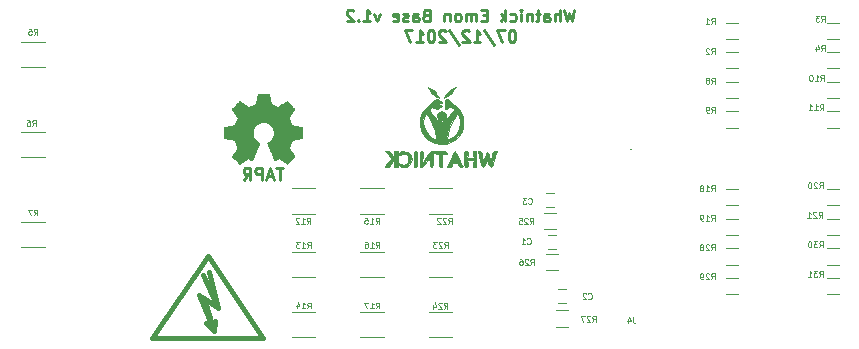
<source format=gbo>
G04 #@! TF.GenerationSoftware,KiCad,Pcbnew,(5.1.5)-3*
G04 #@! TF.CreationDate,2020-03-19T21:31:38+11:00*
G04 #@! TF.ProjectId,din_power_atm90e26,64696e5f-706f-4776-9572-5f61746d3930,rev?*
G04 #@! TF.SameCoordinates,Original*
G04 #@! TF.FileFunction,Legend,Bot*
G04 #@! TF.FilePolarity,Positive*
%FSLAX46Y46*%
G04 Gerber Fmt 4.6, Leading zero omitted, Abs format (unit mm)*
G04 Created by KiCad (PCBNEW (5.1.5)-3) date 2020-03-19 21:31:38*
%MOMM*%
%LPD*%
G04 APERTURE LIST*
%ADD10C,0.250000*%
%ADD11C,0.381000*%
%ADD12C,0.127000*%
%ADD13C,0.010000*%
%ADD14C,0.120000*%
G04 APERTURE END LIST*
D10*
X138664285Y-62302380D02*
X138092857Y-62302380D01*
X138378571Y-63302380D02*
X138378571Y-62302380D01*
X137807142Y-63016666D02*
X137330952Y-63016666D01*
X137902380Y-63302380D02*
X137569047Y-62302380D01*
X137235714Y-63302380D01*
X136902380Y-63302380D02*
X136902380Y-62302380D01*
X136521428Y-62302380D01*
X136426190Y-62350000D01*
X136378571Y-62397619D01*
X136330952Y-62492857D01*
X136330952Y-62635714D01*
X136378571Y-62730952D01*
X136426190Y-62778571D01*
X136521428Y-62826190D01*
X136902380Y-62826190D01*
X135330952Y-63302380D02*
X135664285Y-62826190D01*
X135902380Y-63302380D02*
X135902380Y-62302380D01*
X135521428Y-62302380D01*
X135426190Y-62350000D01*
X135378571Y-62397619D01*
X135330952Y-62492857D01*
X135330952Y-62635714D01*
X135378571Y-62730952D01*
X135426190Y-62778571D01*
X135521428Y-62826190D01*
X135902380Y-62826190D01*
X163336666Y-48894780D02*
X163098571Y-49894780D01*
X162908095Y-49180495D01*
X162717619Y-49894780D01*
X162479523Y-48894780D01*
X162098571Y-49894780D02*
X162098571Y-48894780D01*
X161670000Y-49894780D02*
X161670000Y-49370971D01*
X161717619Y-49275733D01*
X161812857Y-49228114D01*
X161955714Y-49228114D01*
X162050952Y-49275733D01*
X162098571Y-49323352D01*
X160765238Y-49894780D02*
X160765238Y-49370971D01*
X160812857Y-49275733D01*
X160908095Y-49228114D01*
X161098571Y-49228114D01*
X161193809Y-49275733D01*
X160765238Y-49847161D02*
X160860476Y-49894780D01*
X161098571Y-49894780D01*
X161193809Y-49847161D01*
X161241428Y-49751923D01*
X161241428Y-49656685D01*
X161193809Y-49561447D01*
X161098571Y-49513828D01*
X160860476Y-49513828D01*
X160765238Y-49466209D01*
X160431904Y-49228114D02*
X160050952Y-49228114D01*
X160289047Y-48894780D02*
X160289047Y-49751923D01*
X160241428Y-49847161D01*
X160146190Y-49894780D01*
X160050952Y-49894780D01*
X159717619Y-49228114D02*
X159717619Y-49894780D01*
X159717619Y-49323352D02*
X159670000Y-49275733D01*
X159574761Y-49228114D01*
X159431904Y-49228114D01*
X159336666Y-49275733D01*
X159289047Y-49370971D01*
X159289047Y-49894780D01*
X158812857Y-49894780D02*
X158812857Y-49228114D01*
X158812857Y-48894780D02*
X158860476Y-48942400D01*
X158812857Y-48990019D01*
X158765238Y-48942400D01*
X158812857Y-48894780D01*
X158812857Y-48990019D01*
X157908095Y-49847161D02*
X158003333Y-49894780D01*
X158193809Y-49894780D01*
X158289047Y-49847161D01*
X158336666Y-49799542D01*
X158384285Y-49704304D01*
X158384285Y-49418590D01*
X158336666Y-49323352D01*
X158289047Y-49275733D01*
X158193809Y-49228114D01*
X158003333Y-49228114D01*
X157908095Y-49275733D01*
X157479523Y-49894780D02*
X157479523Y-48894780D01*
X157384285Y-49513828D02*
X157098571Y-49894780D01*
X157098571Y-49228114D02*
X157479523Y-49609066D01*
X155908095Y-49370971D02*
X155574761Y-49370971D01*
X155431904Y-49894780D02*
X155908095Y-49894780D01*
X155908095Y-48894780D01*
X155431904Y-48894780D01*
X155003333Y-49894780D02*
X155003333Y-49228114D01*
X155003333Y-49323352D02*
X154955714Y-49275733D01*
X154860476Y-49228114D01*
X154717619Y-49228114D01*
X154622380Y-49275733D01*
X154574761Y-49370971D01*
X154574761Y-49894780D01*
X154574761Y-49370971D02*
X154527142Y-49275733D01*
X154431904Y-49228114D01*
X154289047Y-49228114D01*
X154193809Y-49275733D01*
X154146190Y-49370971D01*
X154146190Y-49894780D01*
X153527142Y-49894780D02*
X153622380Y-49847161D01*
X153670000Y-49799542D01*
X153717619Y-49704304D01*
X153717619Y-49418590D01*
X153670000Y-49323352D01*
X153622380Y-49275733D01*
X153527142Y-49228114D01*
X153384285Y-49228114D01*
X153289047Y-49275733D01*
X153241428Y-49323352D01*
X153193809Y-49418590D01*
X153193809Y-49704304D01*
X153241428Y-49799542D01*
X153289047Y-49847161D01*
X153384285Y-49894780D01*
X153527142Y-49894780D01*
X152765238Y-49228114D02*
X152765238Y-49894780D01*
X152765238Y-49323352D02*
X152717619Y-49275733D01*
X152622380Y-49228114D01*
X152479523Y-49228114D01*
X152384285Y-49275733D01*
X152336666Y-49370971D01*
X152336666Y-49894780D01*
X150765238Y-49370971D02*
X150622380Y-49418590D01*
X150574761Y-49466209D01*
X150527142Y-49561447D01*
X150527142Y-49704304D01*
X150574761Y-49799542D01*
X150622380Y-49847161D01*
X150717619Y-49894780D01*
X151098571Y-49894780D01*
X151098571Y-48894780D01*
X150765238Y-48894780D01*
X150670000Y-48942400D01*
X150622380Y-48990019D01*
X150574761Y-49085257D01*
X150574761Y-49180495D01*
X150622380Y-49275733D01*
X150670000Y-49323352D01*
X150765238Y-49370971D01*
X151098571Y-49370971D01*
X149670000Y-49894780D02*
X149670000Y-49370971D01*
X149717619Y-49275733D01*
X149812857Y-49228114D01*
X150003333Y-49228114D01*
X150098571Y-49275733D01*
X149670000Y-49847161D02*
X149765238Y-49894780D01*
X150003333Y-49894780D01*
X150098571Y-49847161D01*
X150146190Y-49751923D01*
X150146190Y-49656685D01*
X150098571Y-49561447D01*
X150003333Y-49513828D01*
X149765238Y-49513828D01*
X149670000Y-49466209D01*
X149241428Y-49847161D02*
X149146190Y-49894780D01*
X148955714Y-49894780D01*
X148860476Y-49847161D01*
X148812857Y-49751923D01*
X148812857Y-49704304D01*
X148860476Y-49609066D01*
X148955714Y-49561447D01*
X149098571Y-49561447D01*
X149193809Y-49513828D01*
X149241428Y-49418590D01*
X149241428Y-49370971D01*
X149193809Y-49275733D01*
X149098571Y-49228114D01*
X148955714Y-49228114D01*
X148860476Y-49275733D01*
X148003333Y-49847161D02*
X148098571Y-49894780D01*
X148289047Y-49894780D01*
X148384285Y-49847161D01*
X148431904Y-49751923D01*
X148431904Y-49370971D01*
X148384285Y-49275733D01*
X148289047Y-49228114D01*
X148098571Y-49228114D01*
X148003333Y-49275733D01*
X147955714Y-49370971D01*
X147955714Y-49466209D01*
X148431904Y-49561447D01*
X146860476Y-49228114D02*
X146622380Y-49894780D01*
X146384285Y-49228114D01*
X145479523Y-49894780D02*
X146050952Y-49894780D01*
X145765238Y-49894780D02*
X145765238Y-48894780D01*
X145860476Y-49037638D01*
X145955714Y-49132876D01*
X146050952Y-49180495D01*
X145050952Y-49799542D02*
X145003333Y-49847161D01*
X145050952Y-49894780D01*
X145098571Y-49847161D01*
X145050952Y-49799542D01*
X145050952Y-49894780D01*
X144622380Y-48990019D02*
X144574761Y-48942400D01*
X144479523Y-48894780D01*
X144241428Y-48894780D01*
X144146190Y-48942400D01*
X144098571Y-48990019D01*
X144050952Y-49085257D01*
X144050952Y-49180495D01*
X144098571Y-49323352D01*
X144670000Y-49894780D01*
X144050952Y-49894780D01*
X158098571Y-50644780D02*
X158003333Y-50644780D01*
X157908095Y-50692400D01*
X157860476Y-50740019D01*
X157812857Y-50835257D01*
X157765238Y-51025733D01*
X157765238Y-51263828D01*
X157812857Y-51454304D01*
X157860476Y-51549542D01*
X157908095Y-51597161D01*
X158003333Y-51644780D01*
X158098571Y-51644780D01*
X158193809Y-51597161D01*
X158241428Y-51549542D01*
X158289047Y-51454304D01*
X158336666Y-51263828D01*
X158336666Y-51025733D01*
X158289047Y-50835257D01*
X158241428Y-50740019D01*
X158193809Y-50692400D01*
X158098571Y-50644780D01*
X157431904Y-50644780D02*
X156765238Y-50644780D01*
X157193809Y-51644780D01*
X155670000Y-50597161D02*
X156527142Y-51882876D01*
X154812857Y-51644780D02*
X155384285Y-51644780D01*
X155098571Y-51644780D02*
X155098571Y-50644780D01*
X155193809Y-50787638D01*
X155289047Y-50882876D01*
X155384285Y-50930495D01*
X154431904Y-50740019D02*
X154384285Y-50692400D01*
X154289047Y-50644780D01*
X154050952Y-50644780D01*
X153955714Y-50692400D01*
X153908095Y-50740019D01*
X153860476Y-50835257D01*
X153860476Y-50930495D01*
X153908095Y-51073352D01*
X154479523Y-51644780D01*
X153860476Y-51644780D01*
X152717619Y-50597161D02*
X153574761Y-51882876D01*
X152431904Y-50740019D02*
X152384285Y-50692400D01*
X152289047Y-50644780D01*
X152050952Y-50644780D01*
X151955714Y-50692400D01*
X151908095Y-50740019D01*
X151860476Y-50835257D01*
X151860476Y-50930495D01*
X151908095Y-51073352D01*
X152479523Y-51644780D01*
X151860476Y-51644780D01*
X151241428Y-50644780D02*
X151146190Y-50644780D01*
X151050952Y-50692400D01*
X151003333Y-50740019D01*
X150955714Y-50835257D01*
X150908095Y-51025733D01*
X150908095Y-51263828D01*
X150955714Y-51454304D01*
X151003333Y-51549542D01*
X151050952Y-51597161D01*
X151146190Y-51644780D01*
X151241428Y-51644780D01*
X151336666Y-51597161D01*
X151384285Y-51549542D01*
X151431904Y-51454304D01*
X151479523Y-51263828D01*
X151479523Y-51025733D01*
X151431904Y-50835257D01*
X151384285Y-50740019D01*
X151336666Y-50692400D01*
X151241428Y-50644780D01*
X149955714Y-51644780D02*
X150527142Y-51644780D01*
X150241428Y-51644780D02*
X150241428Y-50644780D01*
X150336666Y-50787638D01*
X150431904Y-50882876D01*
X150527142Y-50930495D01*
X149622380Y-50644780D02*
X148955714Y-50644780D01*
X149384285Y-51644780D01*
D11*
G04 #@! TO.C,SYM1*
X136988000Y-76738000D02*
X132289000Y-69753000D01*
X127590000Y-76738000D02*
X136988000Y-76738000D01*
X132289000Y-69753000D02*
X127590000Y-76738000D01*
X132786840Y-76143640D02*
X132888440Y-75244480D01*
X131989280Y-73344560D02*
X132786840Y-76143640D01*
X133188160Y-74144660D02*
X131989280Y-73344560D01*
X132388060Y-71144920D02*
X133188160Y-74144660D01*
X132786840Y-76143640D02*
X132187400Y-75445140D01*
X133188160Y-74144660D02*
X131887680Y-71343040D01*
X131587960Y-73044840D02*
X132187400Y-73443620D01*
X132786840Y-76143640D02*
X131587960Y-73044840D01*
D12*
G04 #@! TO.C,J4*
X168128000Y-60717400D02*
X168128000Y-60717400D01*
X168128000Y-60717400D02*
X168128000Y-60717400D01*
X168128000Y-60717400D02*
X168128000Y-60717400D01*
X168128000Y-60717400D02*
X168128000Y-60717400D01*
X168128000Y-60717400D02*
X168128000Y-60717400D01*
X168128000Y-60717400D02*
X168128000Y-60717400D01*
X168128000Y-60717400D02*
X168128000Y-60717400D01*
X168128000Y-60717400D02*
X168128000Y-60717400D01*
D13*
G04 #@! TO.C,LOGO_OSHW1*
G36*
X136444186Y-56468931D02*
G01*
X136360365Y-56913555D01*
X136051080Y-57041053D01*
X135741794Y-57168551D01*
X135370754Y-56916246D01*
X135266843Y-56845996D01*
X135172913Y-56783272D01*
X135093348Y-56730938D01*
X135032530Y-56691857D01*
X134994843Y-56668893D01*
X134984579Y-56663942D01*
X134966090Y-56676676D01*
X134926580Y-56711882D01*
X134870478Y-56765062D01*
X134802213Y-56831718D01*
X134726214Y-56907354D01*
X134646908Y-56987472D01*
X134568725Y-57067574D01*
X134496093Y-57143164D01*
X134433441Y-57209745D01*
X134385197Y-57262818D01*
X134355790Y-57297887D01*
X134348759Y-57309623D01*
X134358877Y-57331260D01*
X134387241Y-57378662D01*
X134430871Y-57447193D01*
X134486782Y-57532215D01*
X134551994Y-57629093D01*
X134589781Y-57684350D01*
X134658657Y-57785248D01*
X134719860Y-57876299D01*
X134770422Y-57952970D01*
X134807372Y-58010728D01*
X134827742Y-58045043D01*
X134830803Y-58052254D01*
X134823864Y-58072748D01*
X134804949Y-58120513D01*
X134776913Y-58188832D01*
X134742609Y-58270989D01*
X134704891Y-58360270D01*
X134666613Y-58449958D01*
X134630630Y-58533338D01*
X134599794Y-58603694D01*
X134576961Y-58654310D01*
X134564983Y-58678471D01*
X134564276Y-58679422D01*
X134545469Y-58684036D01*
X134495382Y-58694328D01*
X134419207Y-58709287D01*
X134322135Y-58727901D01*
X134209357Y-58749159D01*
X134143558Y-58761418D01*
X134023050Y-58784362D01*
X133914203Y-58806195D01*
X133822524Y-58825722D01*
X133753519Y-58841748D01*
X133712696Y-58853079D01*
X133704489Y-58856674D01*
X133696452Y-58881006D01*
X133689967Y-58935959D01*
X133685030Y-59015108D01*
X133681636Y-59112026D01*
X133679782Y-59220287D01*
X133679462Y-59333465D01*
X133680673Y-59445135D01*
X133683410Y-59548868D01*
X133687669Y-59638241D01*
X133693445Y-59706826D01*
X133700733Y-59748197D01*
X133705105Y-59756810D01*
X133731236Y-59767133D01*
X133786607Y-59781892D01*
X133863893Y-59799352D01*
X133955770Y-59817780D01*
X133987842Y-59823741D01*
X134142476Y-59852066D01*
X134264625Y-59874876D01*
X134358327Y-59893080D01*
X134427616Y-59907583D01*
X134476529Y-59919292D01*
X134509103Y-59929115D01*
X134529372Y-59937956D01*
X134541374Y-59946724D01*
X134543053Y-59948457D01*
X134559816Y-59976371D01*
X134585386Y-60030695D01*
X134617212Y-60104777D01*
X134652740Y-60191965D01*
X134689417Y-60285608D01*
X134724689Y-60379052D01*
X134756004Y-60465647D01*
X134780807Y-60538740D01*
X134796546Y-60591678D01*
X134800668Y-60617811D01*
X134800324Y-60618726D01*
X134786359Y-60640086D01*
X134754678Y-60687084D01*
X134708609Y-60754827D01*
X134651482Y-60838423D01*
X134586627Y-60932982D01*
X134568157Y-60959854D01*
X134502301Y-61057275D01*
X134444350Y-61146163D01*
X134397462Y-61221412D01*
X134364793Y-61277920D01*
X134349500Y-61310581D01*
X134348759Y-61314593D01*
X134361608Y-61335684D01*
X134397112Y-61377464D01*
X134450707Y-61435445D01*
X134517829Y-61505135D01*
X134593913Y-61582045D01*
X134674396Y-61661683D01*
X134754713Y-61739561D01*
X134830301Y-61811186D01*
X134896595Y-61872070D01*
X134949031Y-61917721D01*
X134983045Y-61943650D01*
X134992455Y-61947883D01*
X135014357Y-61937912D01*
X135059200Y-61911020D01*
X135119679Y-61871736D01*
X135166211Y-61840117D01*
X135250525Y-61782098D01*
X135350374Y-61713784D01*
X135450527Y-61645579D01*
X135504373Y-61609075D01*
X135686629Y-61485800D01*
X135839619Y-61568520D01*
X135909318Y-61604759D01*
X135968586Y-61632926D01*
X136008689Y-61648991D01*
X136018897Y-61651226D01*
X136031171Y-61634722D01*
X136055387Y-61588082D01*
X136089737Y-61515609D01*
X136132412Y-61421606D01*
X136181606Y-61310374D01*
X136235510Y-61186215D01*
X136292316Y-61053432D01*
X136350218Y-60916327D01*
X136407407Y-60779202D01*
X136462076Y-60646358D01*
X136512416Y-60522098D01*
X136556620Y-60410725D01*
X136592881Y-60316539D01*
X136619391Y-60243844D01*
X136634342Y-60196941D01*
X136636746Y-60180833D01*
X136617689Y-60160286D01*
X136575964Y-60126933D01*
X136520294Y-60087702D01*
X136515622Y-60084599D01*
X136371736Y-59969423D01*
X136255717Y-59835053D01*
X136168570Y-59685784D01*
X136111301Y-59525913D01*
X136084914Y-59359737D01*
X136090415Y-59191552D01*
X136128810Y-59025655D01*
X136201105Y-58866342D01*
X136222374Y-58831487D01*
X136333004Y-58690737D01*
X136463698Y-58577714D01*
X136609936Y-58493003D01*
X136767192Y-58437194D01*
X136930943Y-58410874D01*
X137096667Y-58414630D01*
X137259838Y-58449050D01*
X137415935Y-58514723D01*
X137560433Y-58612235D01*
X137605131Y-58651813D01*
X137718888Y-58775703D01*
X137801782Y-58906124D01*
X137858644Y-59052315D01*
X137890313Y-59197088D01*
X137898131Y-59359860D01*
X137872062Y-59523440D01*
X137814755Y-59682298D01*
X137728856Y-59830906D01*
X137617014Y-59963735D01*
X137481877Y-60075256D01*
X137464117Y-60087011D01*
X137407850Y-60125508D01*
X137365077Y-60158863D01*
X137344628Y-60180160D01*
X137344331Y-60180833D01*
X137348721Y-60203871D01*
X137366124Y-60256157D01*
X137394732Y-60333390D01*
X137432735Y-60431268D01*
X137478326Y-60545491D01*
X137529697Y-60671758D01*
X137585038Y-60805767D01*
X137642542Y-60943218D01*
X137700399Y-61079808D01*
X137756802Y-61211237D01*
X137809942Y-61333205D01*
X137858010Y-61441409D01*
X137899199Y-61531549D01*
X137931699Y-61599323D01*
X137953703Y-61640430D01*
X137962564Y-61651226D01*
X137989640Y-61642819D01*
X138040303Y-61620272D01*
X138105817Y-61587613D01*
X138141841Y-61568520D01*
X138294832Y-61485800D01*
X138477088Y-61609075D01*
X138570125Y-61672228D01*
X138671985Y-61741727D01*
X138767438Y-61807165D01*
X138815250Y-61840117D01*
X138882495Y-61885273D01*
X138939436Y-61921057D01*
X138978646Y-61942938D01*
X138991381Y-61947563D01*
X139009917Y-61935085D01*
X139050941Y-61900252D01*
X139110475Y-61846678D01*
X139184542Y-61777983D01*
X139269165Y-61697781D01*
X139322685Y-61646286D01*
X139416319Y-61554286D01*
X139497241Y-61471999D01*
X139562177Y-61402945D01*
X139607858Y-61350644D01*
X139631011Y-61318616D01*
X139633232Y-61312116D01*
X139622924Y-61287394D01*
X139594439Y-61237405D01*
X139550937Y-61167212D01*
X139495577Y-61081875D01*
X139431520Y-60986456D01*
X139413303Y-60959854D01*
X139346927Y-60863167D01*
X139287378Y-60776117D01*
X139237984Y-60703595D01*
X139202075Y-60650493D01*
X139182981Y-60621703D01*
X139181136Y-60618726D01*
X139183895Y-60595782D01*
X139198538Y-60545336D01*
X139222513Y-60474041D01*
X139253266Y-60388547D01*
X139288244Y-60295507D01*
X139324893Y-60201574D01*
X139360661Y-60113399D01*
X139392994Y-60037634D01*
X139419338Y-59980931D01*
X139437142Y-59949943D01*
X139438407Y-59948457D01*
X139449294Y-59939601D01*
X139467682Y-59930843D01*
X139497606Y-59921277D01*
X139543103Y-59909996D01*
X139608209Y-59896093D01*
X139696961Y-59878663D01*
X139813393Y-59856798D01*
X139961542Y-59829591D01*
X139993618Y-59823741D01*
X140088686Y-59805374D01*
X140171565Y-59787405D01*
X140234930Y-59771569D01*
X140271458Y-59759600D01*
X140276356Y-59756810D01*
X140284427Y-59732072D01*
X140290987Y-59676790D01*
X140296033Y-59597389D01*
X140299559Y-59500296D01*
X140301561Y-59391938D01*
X140302036Y-59278740D01*
X140300977Y-59167128D01*
X140298382Y-59063529D01*
X140294246Y-58974368D01*
X140288563Y-58906072D01*
X140281331Y-58865066D01*
X140276971Y-58856674D01*
X140252698Y-58848208D01*
X140197426Y-58834435D01*
X140116662Y-58816550D01*
X140015912Y-58795748D01*
X139900683Y-58773223D01*
X139837902Y-58761418D01*
X139718787Y-58739151D01*
X139612565Y-58718979D01*
X139524427Y-58701915D01*
X139459566Y-58688969D01*
X139423174Y-58681155D01*
X139417184Y-58679422D01*
X139407061Y-58659890D01*
X139385662Y-58612843D01*
X139355839Y-58545003D01*
X139320445Y-58463091D01*
X139282332Y-58373828D01*
X139244353Y-58283935D01*
X139209360Y-58200135D01*
X139180206Y-58129147D01*
X139159743Y-58077694D01*
X139150823Y-58052497D01*
X139150657Y-58051396D01*
X139160769Y-58031519D01*
X139189117Y-57985777D01*
X139232723Y-57918717D01*
X139288606Y-57834884D01*
X139353787Y-57738826D01*
X139391679Y-57683650D01*
X139460725Y-57582481D01*
X139522050Y-57490630D01*
X139572663Y-57412744D01*
X139609571Y-57353469D01*
X139629782Y-57317451D01*
X139632701Y-57309377D01*
X139620153Y-57290584D01*
X139585463Y-57250457D01*
X139533063Y-57193493D01*
X139467384Y-57124185D01*
X139392856Y-57047031D01*
X139313913Y-56966525D01*
X139234983Y-56887163D01*
X139160500Y-56813440D01*
X139094894Y-56749852D01*
X139042596Y-56700894D01*
X139008039Y-56671061D01*
X138996478Y-56663942D01*
X138977654Y-56673953D01*
X138932631Y-56702078D01*
X138865787Y-56745454D01*
X138781499Y-56801218D01*
X138684144Y-56866506D01*
X138610707Y-56916246D01*
X138239667Y-57168551D01*
X137621095Y-56913555D01*
X137537275Y-56468931D01*
X137453454Y-56024307D01*
X136528006Y-56024307D01*
X136444186Y-56468931D01*
G37*
X136444186Y-56468931D02*
X136360365Y-56913555D01*
X136051080Y-57041053D01*
X135741794Y-57168551D01*
X135370754Y-56916246D01*
X135266843Y-56845996D01*
X135172913Y-56783272D01*
X135093348Y-56730938D01*
X135032530Y-56691857D01*
X134994843Y-56668893D01*
X134984579Y-56663942D01*
X134966090Y-56676676D01*
X134926580Y-56711882D01*
X134870478Y-56765062D01*
X134802213Y-56831718D01*
X134726214Y-56907354D01*
X134646908Y-56987472D01*
X134568725Y-57067574D01*
X134496093Y-57143164D01*
X134433441Y-57209745D01*
X134385197Y-57262818D01*
X134355790Y-57297887D01*
X134348759Y-57309623D01*
X134358877Y-57331260D01*
X134387241Y-57378662D01*
X134430871Y-57447193D01*
X134486782Y-57532215D01*
X134551994Y-57629093D01*
X134589781Y-57684350D01*
X134658657Y-57785248D01*
X134719860Y-57876299D01*
X134770422Y-57952970D01*
X134807372Y-58010728D01*
X134827742Y-58045043D01*
X134830803Y-58052254D01*
X134823864Y-58072748D01*
X134804949Y-58120513D01*
X134776913Y-58188832D01*
X134742609Y-58270989D01*
X134704891Y-58360270D01*
X134666613Y-58449958D01*
X134630630Y-58533338D01*
X134599794Y-58603694D01*
X134576961Y-58654310D01*
X134564983Y-58678471D01*
X134564276Y-58679422D01*
X134545469Y-58684036D01*
X134495382Y-58694328D01*
X134419207Y-58709287D01*
X134322135Y-58727901D01*
X134209357Y-58749159D01*
X134143558Y-58761418D01*
X134023050Y-58784362D01*
X133914203Y-58806195D01*
X133822524Y-58825722D01*
X133753519Y-58841748D01*
X133712696Y-58853079D01*
X133704489Y-58856674D01*
X133696452Y-58881006D01*
X133689967Y-58935959D01*
X133685030Y-59015108D01*
X133681636Y-59112026D01*
X133679782Y-59220287D01*
X133679462Y-59333465D01*
X133680673Y-59445135D01*
X133683410Y-59548868D01*
X133687669Y-59638241D01*
X133693445Y-59706826D01*
X133700733Y-59748197D01*
X133705105Y-59756810D01*
X133731236Y-59767133D01*
X133786607Y-59781892D01*
X133863893Y-59799352D01*
X133955770Y-59817780D01*
X133987842Y-59823741D01*
X134142476Y-59852066D01*
X134264625Y-59874876D01*
X134358327Y-59893080D01*
X134427616Y-59907583D01*
X134476529Y-59919292D01*
X134509103Y-59929115D01*
X134529372Y-59937956D01*
X134541374Y-59946724D01*
X134543053Y-59948457D01*
X134559816Y-59976371D01*
X134585386Y-60030695D01*
X134617212Y-60104777D01*
X134652740Y-60191965D01*
X134689417Y-60285608D01*
X134724689Y-60379052D01*
X134756004Y-60465647D01*
X134780807Y-60538740D01*
X134796546Y-60591678D01*
X134800668Y-60617811D01*
X134800324Y-60618726D01*
X134786359Y-60640086D01*
X134754678Y-60687084D01*
X134708609Y-60754827D01*
X134651482Y-60838423D01*
X134586627Y-60932982D01*
X134568157Y-60959854D01*
X134502301Y-61057275D01*
X134444350Y-61146163D01*
X134397462Y-61221412D01*
X134364793Y-61277920D01*
X134349500Y-61310581D01*
X134348759Y-61314593D01*
X134361608Y-61335684D01*
X134397112Y-61377464D01*
X134450707Y-61435445D01*
X134517829Y-61505135D01*
X134593913Y-61582045D01*
X134674396Y-61661683D01*
X134754713Y-61739561D01*
X134830301Y-61811186D01*
X134896595Y-61872070D01*
X134949031Y-61917721D01*
X134983045Y-61943650D01*
X134992455Y-61947883D01*
X135014357Y-61937912D01*
X135059200Y-61911020D01*
X135119679Y-61871736D01*
X135166211Y-61840117D01*
X135250525Y-61782098D01*
X135350374Y-61713784D01*
X135450527Y-61645579D01*
X135504373Y-61609075D01*
X135686629Y-61485800D01*
X135839619Y-61568520D01*
X135909318Y-61604759D01*
X135968586Y-61632926D01*
X136008689Y-61648991D01*
X136018897Y-61651226D01*
X136031171Y-61634722D01*
X136055387Y-61588082D01*
X136089737Y-61515609D01*
X136132412Y-61421606D01*
X136181606Y-61310374D01*
X136235510Y-61186215D01*
X136292316Y-61053432D01*
X136350218Y-60916327D01*
X136407407Y-60779202D01*
X136462076Y-60646358D01*
X136512416Y-60522098D01*
X136556620Y-60410725D01*
X136592881Y-60316539D01*
X136619391Y-60243844D01*
X136634342Y-60196941D01*
X136636746Y-60180833D01*
X136617689Y-60160286D01*
X136575964Y-60126933D01*
X136520294Y-60087702D01*
X136515622Y-60084599D01*
X136371736Y-59969423D01*
X136255717Y-59835053D01*
X136168570Y-59685784D01*
X136111301Y-59525913D01*
X136084914Y-59359737D01*
X136090415Y-59191552D01*
X136128810Y-59025655D01*
X136201105Y-58866342D01*
X136222374Y-58831487D01*
X136333004Y-58690737D01*
X136463698Y-58577714D01*
X136609936Y-58493003D01*
X136767192Y-58437194D01*
X136930943Y-58410874D01*
X137096667Y-58414630D01*
X137259838Y-58449050D01*
X137415935Y-58514723D01*
X137560433Y-58612235D01*
X137605131Y-58651813D01*
X137718888Y-58775703D01*
X137801782Y-58906124D01*
X137858644Y-59052315D01*
X137890313Y-59197088D01*
X137898131Y-59359860D01*
X137872062Y-59523440D01*
X137814755Y-59682298D01*
X137728856Y-59830906D01*
X137617014Y-59963735D01*
X137481877Y-60075256D01*
X137464117Y-60087011D01*
X137407850Y-60125508D01*
X137365077Y-60158863D01*
X137344628Y-60180160D01*
X137344331Y-60180833D01*
X137348721Y-60203871D01*
X137366124Y-60256157D01*
X137394732Y-60333390D01*
X137432735Y-60431268D01*
X137478326Y-60545491D01*
X137529697Y-60671758D01*
X137585038Y-60805767D01*
X137642542Y-60943218D01*
X137700399Y-61079808D01*
X137756802Y-61211237D01*
X137809942Y-61333205D01*
X137858010Y-61441409D01*
X137899199Y-61531549D01*
X137931699Y-61599323D01*
X137953703Y-61640430D01*
X137962564Y-61651226D01*
X137989640Y-61642819D01*
X138040303Y-61620272D01*
X138105817Y-61587613D01*
X138141841Y-61568520D01*
X138294832Y-61485800D01*
X138477088Y-61609075D01*
X138570125Y-61672228D01*
X138671985Y-61741727D01*
X138767438Y-61807165D01*
X138815250Y-61840117D01*
X138882495Y-61885273D01*
X138939436Y-61921057D01*
X138978646Y-61942938D01*
X138991381Y-61947563D01*
X139009917Y-61935085D01*
X139050941Y-61900252D01*
X139110475Y-61846678D01*
X139184542Y-61777983D01*
X139269165Y-61697781D01*
X139322685Y-61646286D01*
X139416319Y-61554286D01*
X139497241Y-61471999D01*
X139562177Y-61402945D01*
X139607858Y-61350644D01*
X139631011Y-61318616D01*
X139633232Y-61312116D01*
X139622924Y-61287394D01*
X139594439Y-61237405D01*
X139550937Y-61167212D01*
X139495577Y-61081875D01*
X139431520Y-60986456D01*
X139413303Y-60959854D01*
X139346927Y-60863167D01*
X139287378Y-60776117D01*
X139237984Y-60703595D01*
X139202075Y-60650493D01*
X139182981Y-60621703D01*
X139181136Y-60618726D01*
X139183895Y-60595782D01*
X139198538Y-60545336D01*
X139222513Y-60474041D01*
X139253266Y-60388547D01*
X139288244Y-60295507D01*
X139324893Y-60201574D01*
X139360661Y-60113399D01*
X139392994Y-60037634D01*
X139419338Y-59980931D01*
X139437142Y-59949943D01*
X139438407Y-59948457D01*
X139449294Y-59939601D01*
X139467682Y-59930843D01*
X139497606Y-59921277D01*
X139543103Y-59909996D01*
X139608209Y-59896093D01*
X139696961Y-59878663D01*
X139813393Y-59856798D01*
X139961542Y-59829591D01*
X139993618Y-59823741D01*
X140088686Y-59805374D01*
X140171565Y-59787405D01*
X140234930Y-59771569D01*
X140271458Y-59759600D01*
X140276356Y-59756810D01*
X140284427Y-59732072D01*
X140290987Y-59676790D01*
X140296033Y-59597389D01*
X140299559Y-59500296D01*
X140301561Y-59391938D01*
X140302036Y-59278740D01*
X140300977Y-59167128D01*
X140298382Y-59063529D01*
X140294246Y-58974368D01*
X140288563Y-58906072D01*
X140281331Y-58865066D01*
X140276971Y-58856674D01*
X140252698Y-58848208D01*
X140197426Y-58834435D01*
X140116662Y-58816550D01*
X140015912Y-58795748D01*
X139900683Y-58773223D01*
X139837902Y-58761418D01*
X139718787Y-58739151D01*
X139612565Y-58718979D01*
X139524427Y-58701915D01*
X139459566Y-58688969D01*
X139423174Y-58681155D01*
X139417184Y-58679422D01*
X139407061Y-58659890D01*
X139385662Y-58612843D01*
X139355839Y-58545003D01*
X139320445Y-58463091D01*
X139282332Y-58373828D01*
X139244353Y-58283935D01*
X139209360Y-58200135D01*
X139180206Y-58129147D01*
X139159743Y-58077694D01*
X139150823Y-58052497D01*
X139150657Y-58051396D01*
X139160769Y-58031519D01*
X139189117Y-57985777D01*
X139232723Y-57918717D01*
X139288606Y-57834884D01*
X139353787Y-57738826D01*
X139391679Y-57683650D01*
X139460725Y-57582481D01*
X139522050Y-57490630D01*
X139572663Y-57412744D01*
X139609571Y-57353469D01*
X139629782Y-57317451D01*
X139632701Y-57309377D01*
X139620153Y-57290584D01*
X139585463Y-57250457D01*
X139533063Y-57193493D01*
X139467384Y-57124185D01*
X139392856Y-57047031D01*
X139313913Y-56966525D01*
X139234983Y-56887163D01*
X139160500Y-56813440D01*
X139094894Y-56749852D01*
X139042596Y-56700894D01*
X139008039Y-56671061D01*
X138996478Y-56663942D01*
X138977654Y-56673953D01*
X138932631Y-56702078D01*
X138865787Y-56745454D01*
X138781499Y-56801218D01*
X138684144Y-56866506D01*
X138610707Y-56916246D01*
X138239667Y-57168551D01*
X137621095Y-56913555D01*
X137537275Y-56468931D01*
X137453454Y-56024307D01*
X136528006Y-56024307D01*
X136444186Y-56468931D01*
D14*
G04 #@! TO.C,R3*
X184700000Y-51380000D02*
X185700000Y-51380000D01*
X185700000Y-50020000D02*
X184700000Y-50020000D01*
G04 #@! TO.C,R11*
X184700000Y-58880000D02*
X185700000Y-58880000D01*
X185700000Y-57520000D02*
X184700000Y-57520000D01*
G04 #@! TO.C,R10*
X184700000Y-56380000D02*
X185700000Y-56380000D01*
X185700000Y-55020000D02*
X184700000Y-55020000D01*
G04 #@! TO.C,R9*
X177200000Y-57520000D02*
X176200000Y-57520000D01*
X176200000Y-58880000D02*
X177200000Y-58880000D01*
G04 #@! TO.C,R8*
X177200000Y-55020000D02*
X176200000Y-55020000D01*
X176200000Y-56380000D02*
X177200000Y-56380000D01*
G04 #@! TO.C,R2*
X177200000Y-52520000D02*
X176200000Y-52520000D01*
X176200000Y-53880000D02*
X177200000Y-53880000D01*
G04 #@! TO.C,R4*
X185700000Y-52520000D02*
X184700000Y-52520000D01*
X184700000Y-53880000D02*
X185700000Y-53880000D01*
G04 #@! TO.C,R1*
X177200000Y-50020000D02*
X176200000Y-50020000D01*
X176200000Y-51380000D02*
X177200000Y-51380000D01*
G04 #@! TO.C,R15*
X147200000Y-64030000D02*
X145200000Y-64030000D01*
X145200000Y-66170000D02*
X147200000Y-66170000D01*
G04 #@! TO.C,R24*
X153000000Y-74480000D02*
X151000000Y-74480000D01*
X151000000Y-76620000D02*
X153000000Y-76620000D01*
G04 #@! TO.C,R23*
X151000000Y-71520000D02*
X153000000Y-71520000D01*
X153000000Y-69380000D02*
X151000000Y-69380000D01*
G04 #@! TO.C,R22*
X151000000Y-66170000D02*
X153000000Y-66170000D01*
X153000000Y-64030000D02*
X151000000Y-64030000D01*
G04 #@! TO.C,R17*
X145200000Y-76620000D02*
X147200000Y-76620000D01*
X147200000Y-74480000D02*
X145200000Y-74480000D01*
G04 #@! TO.C,R16*
X147200000Y-69380000D02*
X145200000Y-69380000D01*
X145200000Y-71520000D02*
X147200000Y-71520000D01*
G04 #@! TO.C,R13*
X139400000Y-71520000D02*
X141400000Y-71520000D01*
X141400000Y-69380000D02*
X139400000Y-69380000D01*
G04 #@! TO.C,R14*
X141400000Y-74480000D02*
X139400000Y-74480000D01*
X139400000Y-76620000D02*
X141400000Y-76620000D01*
D13*
G04 #@! TO.C,G1*
G36*
X155189967Y-60900986D02*
G01*
X155177412Y-60982220D01*
X155188411Y-61024875D01*
X155223829Y-61151354D01*
X155281098Y-61361273D01*
X155349515Y-61615312D01*
X155369914Y-61691625D01*
X155462672Y-61993069D01*
X155548898Y-62169439D01*
X155632272Y-62222245D01*
X155716477Y-62153001D01*
X155805194Y-61963220D01*
X155833532Y-61882125D01*
X155944270Y-61548750D01*
X156050455Y-61866250D01*
X156146008Y-62095617D01*
X156237310Y-62198071D01*
X156325109Y-62173590D01*
X156410155Y-62022154D01*
X156464639Y-61854460D01*
X156539523Y-61593171D01*
X156618487Y-61330099D01*
X156658100Y-61204063D01*
X156711910Y-61033617D01*
X156744518Y-60922631D01*
X156749000Y-60902438D01*
X156694426Y-60887124D01*
X156588258Y-60882000D01*
X156489541Y-60890694D01*
X156426950Y-60934640D01*
X156385896Y-61040629D01*
X156351792Y-61235454D01*
X156336916Y-61343604D01*
X156303461Y-61511535D01*
X156262961Y-61605060D01*
X156241090Y-61612305D01*
X156194699Y-61536966D01*
X156131852Y-61377402D01*
X156082180Y-61221611D01*
X156020187Y-61041931D01*
X155963690Y-60934832D01*
X155930487Y-60921159D01*
X155886589Y-61007822D01*
X155820979Y-61176456D01*
X155760097Y-61353701D01*
X155637750Y-61730152D01*
X155544280Y-61306076D01*
X155489798Y-61079966D01*
X155441181Y-60951957D01*
X155382760Y-60894989D01*
X155298868Y-60882000D01*
X155298749Y-60882000D01*
X155189967Y-60900986D01*
G37*
X155189967Y-60900986D02*
X155177412Y-60982220D01*
X155188411Y-61024875D01*
X155223829Y-61151354D01*
X155281098Y-61361273D01*
X155349515Y-61615312D01*
X155369914Y-61691625D01*
X155462672Y-61993069D01*
X155548898Y-62169439D01*
X155632272Y-62222245D01*
X155716477Y-62153001D01*
X155805194Y-61963220D01*
X155833532Y-61882125D01*
X155944270Y-61548750D01*
X156050455Y-61866250D01*
X156146008Y-62095617D01*
X156237310Y-62198071D01*
X156325109Y-62173590D01*
X156410155Y-62022154D01*
X156464639Y-61854460D01*
X156539523Y-61593171D01*
X156618487Y-61330099D01*
X156658100Y-61204063D01*
X156711910Y-61033617D01*
X156744518Y-60922631D01*
X156749000Y-60902438D01*
X156694426Y-60887124D01*
X156588258Y-60882000D01*
X156489541Y-60890694D01*
X156426950Y-60934640D01*
X156385896Y-61040629D01*
X156351792Y-61235454D01*
X156336916Y-61343604D01*
X156303461Y-61511535D01*
X156262961Y-61605060D01*
X156241090Y-61612305D01*
X156194699Y-61536966D01*
X156131852Y-61377402D01*
X156082180Y-61221611D01*
X156020187Y-61041931D01*
X155963690Y-60934832D01*
X155930487Y-60921159D01*
X155886589Y-61007822D01*
X155820979Y-61176456D01*
X155760097Y-61353701D01*
X155637750Y-61730152D01*
X155544280Y-61306076D01*
X155489798Y-61079966D01*
X155441181Y-60951957D01*
X155382760Y-60894989D01*
X155298868Y-60882000D01*
X155298749Y-60882000D01*
X155189967Y-60900986D01*
G36*
X154102282Y-60886458D02*
G01*
X154058744Y-60914917D01*
X154033715Y-60990000D01*
X154022071Y-61134331D01*
X154018692Y-61370534D01*
X154018500Y-61548750D01*
X154019510Y-61845433D01*
X154025953Y-62037741D01*
X154042951Y-62148298D01*
X154075627Y-62199727D01*
X154129103Y-62214653D01*
X154169450Y-62215500D01*
X154260942Y-62205299D01*
X154299081Y-62152216D01*
X154297881Y-62022524D01*
X154288192Y-61929750D01*
X154255984Y-61644000D01*
X154797017Y-61644000D01*
X154764809Y-61929750D01*
X154750430Y-62105121D01*
X154769058Y-62188645D01*
X154834705Y-62214046D01*
X154883551Y-62215500D01*
X154950719Y-62211041D01*
X154994257Y-62182582D01*
X155019286Y-62107499D01*
X155030930Y-61963168D01*
X155034309Y-61726965D01*
X155034500Y-61548750D01*
X155033491Y-61252066D01*
X155027048Y-61059758D01*
X155010050Y-60949201D01*
X154977374Y-60897772D01*
X154923898Y-60882846D01*
X154883551Y-60882000D01*
X154792059Y-60892200D01*
X154753920Y-60945283D01*
X154755120Y-61074975D01*
X154764809Y-61167750D01*
X154797017Y-61453500D01*
X154255984Y-61453500D01*
X154288192Y-61167750D01*
X154302571Y-60992378D01*
X154283943Y-60908854D01*
X154218296Y-60883453D01*
X154169450Y-60882000D01*
X154102282Y-60886458D01*
G37*
X154102282Y-60886458D02*
X154058744Y-60914917D01*
X154033715Y-60990000D01*
X154022071Y-61134331D01*
X154018692Y-61370534D01*
X154018500Y-61548750D01*
X154019510Y-61845433D01*
X154025953Y-62037741D01*
X154042951Y-62148298D01*
X154075627Y-62199727D01*
X154129103Y-62214653D01*
X154169450Y-62215500D01*
X154260942Y-62205299D01*
X154299081Y-62152216D01*
X154297881Y-62022524D01*
X154288192Y-61929750D01*
X154255984Y-61644000D01*
X154797017Y-61644000D01*
X154764809Y-61929750D01*
X154750430Y-62105121D01*
X154769058Y-62188645D01*
X154834705Y-62214046D01*
X154883551Y-62215500D01*
X154950719Y-62211041D01*
X154994257Y-62182582D01*
X155019286Y-62107499D01*
X155030930Y-61963168D01*
X155034309Y-61726965D01*
X155034500Y-61548750D01*
X155033491Y-61252066D01*
X155027048Y-61059758D01*
X155010050Y-60949201D01*
X154977374Y-60897772D01*
X154923898Y-60882846D01*
X154883551Y-60882000D01*
X154792059Y-60892200D01*
X154753920Y-60945283D01*
X154755120Y-61074975D01*
X154764809Y-61167750D01*
X154797017Y-61453500D01*
X154255984Y-61453500D01*
X154288192Y-61167750D01*
X154302571Y-60992378D01*
X154283943Y-60908854D01*
X154218296Y-60883453D01*
X154169450Y-60882000D01*
X154102282Y-60886458D01*
G36*
X153171452Y-60974131D02*
G01*
X153089022Y-61133140D01*
X152977622Y-61357192D01*
X152870307Y-61578692D01*
X152565165Y-62215500D01*
X152744145Y-62215500D01*
X152876971Y-62193007D01*
X152942367Y-62099950D01*
X152962002Y-62021118D01*
X152999458Y-61894022D01*
X153071008Y-61844643D01*
X153220564Y-61845127D01*
X153237306Y-61846493D01*
X153403572Y-61877228D01*
X153485150Y-61950291D01*
X153510504Y-62025000D01*
X153583056Y-62155275D01*
X153726307Y-62204510D01*
X153845182Y-62203725D01*
X153879212Y-62172760D01*
X153842393Y-62097108D01*
X153762901Y-61932866D01*
X153653214Y-61705841D01*
X153565815Y-61524749D01*
X153315854Y-61524749D01*
X153264931Y-61577735D01*
X153230695Y-61580500D01*
X153168527Y-61533959D01*
X153176005Y-61448132D01*
X153213634Y-61363053D01*
X153261111Y-61395513D01*
X153264338Y-61400507D01*
X153315854Y-61524749D01*
X153565815Y-61524749D01*
X153551091Y-61494242D01*
X153426648Y-61245871D01*
X153320130Y-61051069D01*
X153243958Y-60931437D01*
X153212273Y-60905060D01*
X153171452Y-60974131D01*
G37*
X153171452Y-60974131D02*
X153089022Y-61133140D01*
X152977622Y-61357192D01*
X152870307Y-61578692D01*
X152565165Y-62215500D01*
X152744145Y-62215500D01*
X152876971Y-62193007D01*
X152942367Y-62099950D01*
X152962002Y-62021118D01*
X152999458Y-61894022D01*
X153071008Y-61844643D01*
X153220564Y-61845127D01*
X153237306Y-61846493D01*
X153403572Y-61877228D01*
X153485150Y-61950291D01*
X153510504Y-62025000D01*
X153583056Y-62155275D01*
X153726307Y-62204510D01*
X153845182Y-62203725D01*
X153879212Y-62172760D01*
X153842393Y-62097108D01*
X153762901Y-61932866D01*
X153653214Y-61705841D01*
X153565815Y-61524749D01*
X153315854Y-61524749D01*
X153264931Y-61577735D01*
X153230695Y-61580500D01*
X153168527Y-61533959D01*
X153176005Y-61448132D01*
X153213634Y-61363053D01*
X153261111Y-61395513D01*
X153264338Y-61400507D01*
X153315854Y-61524749D01*
X153565815Y-61524749D01*
X153551091Y-61494242D01*
X153426648Y-61245871D01*
X153320130Y-61051069D01*
X153243958Y-60931437D01*
X153212273Y-60905060D01*
X153171452Y-60974131D01*
G36*
X150847929Y-61326500D02*
G01*
X150695785Y-61525835D01*
X150571482Y-61678921D01*
X150494356Y-61762356D01*
X150480738Y-61771000D01*
X150467560Y-61713142D01*
X150467246Y-61560826D01*
X150479752Y-61345933D01*
X150481346Y-61326500D01*
X150498485Y-61094562D01*
X150496989Y-60961584D01*
X150470567Y-60900128D01*
X150412926Y-60882753D01*
X150379431Y-60882000D01*
X150317459Y-60888103D01*
X150277283Y-60921469D01*
X150254189Y-61004678D01*
X150243464Y-61160314D01*
X150240392Y-61410957D01*
X150240250Y-61548750D01*
X150241709Y-61845908D01*
X150249053Y-62038594D01*
X150266738Y-62149328D01*
X150299216Y-62200628D01*
X150350942Y-62215014D01*
X150372118Y-62215500D01*
X150495545Y-62158495D01*
X150662807Y-61986297D01*
X150784868Y-61827115D01*
X151065750Y-61438731D01*
X151084656Y-61827115D01*
X151100403Y-62043639D01*
X151127787Y-62161483D01*
X151177224Y-62208959D01*
X151227531Y-62215500D01*
X151286643Y-62205179D01*
X151323310Y-62158102D01*
X151342810Y-62050094D01*
X151350420Y-61856983D01*
X151351500Y-61647747D01*
X151362417Y-61328493D01*
X151393849Y-61115206D01*
X151443822Y-61013820D01*
X151510361Y-61030272D01*
X151542600Y-61073470D01*
X151637412Y-61124591D01*
X151726001Y-61119300D01*
X151789453Y-61109458D01*
X151828767Y-61135699D01*
X151849706Y-61220926D01*
X151858029Y-61388039D01*
X151859500Y-61649944D01*
X151860986Y-61918854D01*
X151869806Y-62085315D01*
X151892506Y-62173877D01*
X151935629Y-62209087D01*
X152005721Y-62215495D01*
X152010278Y-62215500D01*
X152081129Y-62211138D01*
X152123732Y-62181867D01*
X152143056Y-62103406D01*
X152144074Y-61951472D01*
X152131754Y-61701786D01*
X152128209Y-61639421D01*
X152095363Y-61063342D01*
X152322373Y-61105930D01*
X152470014Y-61126924D01*
X152524543Y-61103714D01*
X152516278Y-61021994D01*
X152514536Y-61015258D01*
X152490113Y-60955101D01*
X152438676Y-60916379D01*
X152336151Y-60894413D01*
X152158462Y-60884522D01*
X151881535Y-60882026D01*
X151829075Y-60882000D01*
X151178463Y-60882000D01*
X150847929Y-61326500D01*
G37*
X150847929Y-61326500D02*
X150695785Y-61525835D01*
X150571482Y-61678921D01*
X150494356Y-61762356D01*
X150480738Y-61771000D01*
X150467560Y-61713142D01*
X150467246Y-61560826D01*
X150479752Y-61345933D01*
X150481346Y-61326500D01*
X150498485Y-61094562D01*
X150496989Y-60961584D01*
X150470567Y-60900128D01*
X150412926Y-60882753D01*
X150379431Y-60882000D01*
X150317459Y-60888103D01*
X150277283Y-60921469D01*
X150254189Y-61004678D01*
X150243464Y-61160314D01*
X150240392Y-61410957D01*
X150240250Y-61548750D01*
X150241709Y-61845908D01*
X150249053Y-62038594D01*
X150266738Y-62149328D01*
X150299216Y-62200628D01*
X150350942Y-62215014D01*
X150372118Y-62215500D01*
X150495545Y-62158495D01*
X150662807Y-61986297D01*
X150784868Y-61827115D01*
X151065750Y-61438731D01*
X151084656Y-61827115D01*
X151100403Y-62043639D01*
X151127787Y-62161483D01*
X151177224Y-62208959D01*
X151227531Y-62215500D01*
X151286643Y-62205179D01*
X151323310Y-62158102D01*
X151342810Y-62050094D01*
X151350420Y-61856983D01*
X151351500Y-61647747D01*
X151362417Y-61328493D01*
X151393849Y-61115206D01*
X151443822Y-61013820D01*
X151510361Y-61030272D01*
X151542600Y-61073470D01*
X151637412Y-61124591D01*
X151726001Y-61119300D01*
X151789453Y-61109458D01*
X151828767Y-61135699D01*
X151849706Y-61220926D01*
X151858029Y-61388039D01*
X151859500Y-61649944D01*
X151860986Y-61918854D01*
X151869806Y-62085315D01*
X151892506Y-62173877D01*
X151935629Y-62209087D01*
X152005721Y-62215495D01*
X152010278Y-62215500D01*
X152081129Y-62211138D01*
X152123732Y-62181867D01*
X152143056Y-62103406D01*
X152144074Y-61951472D01*
X152131754Y-61701786D01*
X152128209Y-61639421D01*
X152095363Y-61063342D01*
X152322373Y-61105930D01*
X152470014Y-61126924D01*
X152524543Y-61103714D01*
X152516278Y-61021994D01*
X152514536Y-61015258D01*
X152490113Y-60955101D01*
X152438676Y-60916379D01*
X152336151Y-60894413D01*
X152158462Y-60884522D01*
X151881535Y-60882026D01*
X151829075Y-60882000D01*
X151178463Y-60882000D01*
X150847929Y-61326500D01*
G36*
X149811528Y-60887540D02*
G01*
X149770301Y-60919230D01*
X149746601Y-60999670D01*
X149735586Y-61151462D01*
X149732411Y-61397207D01*
X149732250Y-61548750D01*
X149733438Y-61845539D01*
X149740228Y-62037932D01*
X149757466Y-62148531D01*
X149789992Y-62199936D01*
X149842652Y-62214749D01*
X149875125Y-62215500D01*
X149938723Y-62209959D01*
X149979950Y-62178269D01*
X150003650Y-62097829D01*
X150014665Y-61946037D01*
X150017840Y-61700292D01*
X150018000Y-61548750D01*
X150016813Y-61251960D01*
X150010023Y-61059567D01*
X149992785Y-60948968D01*
X149960259Y-60897563D01*
X149907599Y-60882750D01*
X149875125Y-60882000D01*
X149811528Y-60887540D01*
G37*
X149811528Y-60887540D02*
X149770301Y-60919230D01*
X149746601Y-60999670D01*
X149735586Y-61151462D01*
X149732411Y-61397207D01*
X149732250Y-61548750D01*
X149733438Y-61845539D01*
X149740228Y-62037932D01*
X149757466Y-62148531D01*
X149789992Y-62199936D01*
X149842652Y-62214749D01*
X149875125Y-62215500D01*
X149938723Y-62209959D01*
X149979950Y-62178269D01*
X150003650Y-62097829D01*
X150014665Y-61946037D01*
X150017840Y-61700292D01*
X150018000Y-61548750D01*
X150016813Y-61251960D01*
X150010023Y-61059567D01*
X149992785Y-60948968D01*
X149960259Y-60897563D01*
X149907599Y-60882750D01*
X149875125Y-60882000D01*
X149811528Y-60887540D01*
G36*
X148659311Y-60905656D02*
G01*
X148533655Y-60976785D01*
X148494000Y-61080503D01*
X148517267Y-61174778D01*
X148603526Y-61167046D01*
X148605125Y-61166377D01*
X148867580Y-61102206D01*
X149077894Y-61142299D01*
X149220671Y-61278211D01*
X149280514Y-61501495D01*
X149281400Y-61537410D01*
X149231820Y-61781644D01*
X149099018Y-61948107D01*
X148906906Y-62021833D01*
X148679394Y-61987857D01*
X148611761Y-61956555D01*
X148518578Y-61921041D01*
X148498316Y-61977873D01*
X148504811Y-62035930D01*
X148532353Y-62124046D01*
X148605121Y-62172134D01*
X148756516Y-62195955D01*
X148858708Y-62202928D01*
X149071998Y-62205098D01*
X149210824Y-62171319D01*
X149325850Y-62087372D01*
X149348250Y-62065522D01*
X149518088Y-61820243D01*
X149564489Y-61554765D01*
X149487058Y-61280361D01*
X149381629Y-61116928D01*
X149233180Y-60992413D01*
X149041616Y-60914805D01*
X148839479Y-60885441D01*
X148659311Y-60905656D01*
G37*
X148659311Y-60905656D02*
X148533655Y-60976785D01*
X148494000Y-61080503D01*
X148517267Y-61174778D01*
X148603526Y-61167046D01*
X148605125Y-61166377D01*
X148867580Y-61102206D01*
X149077894Y-61142299D01*
X149220671Y-61278211D01*
X149280514Y-61501495D01*
X149281400Y-61537410D01*
X149231820Y-61781644D01*
X149099018Y-61948107D01*
X148906906Y-62021833D01*
X148679394Y-61987857D01*
X148611761Y-61956555D01*
X148518578Y-61921041D01*
X148498316Y-61977873D01*
X148504811Y-62035930D01*
X148532353Y-62124046D01*
X148605121Y-62172134D01*
X148756516Y-62195955D01*
X148858708Y-62202928D01*
X149071998Y-62205098D01*
X149210824Y-62171319D01*
X149325850Y-62087372D01*
X149348250Y-62065522D01*
X149518088Y-61820243D01*
X149564489Y-61554765D01*
X149487058Y-61280361D01*
X149381629Y-61116928D01*
X149233180Y-60992413D01*
X149041616Y-60914805D01*
X148839479Y-60885441D01*
X148659311Y-60905656D01*
G36*
X148101406Y-60890658D02*
G01*
X148061274Y-60939720D01*
X148066411Y-61063813D01*
X148079040Y-61151875D01*
X148119743Y-61421750D01*
X147927580Y-61199500D01*
X147812560Y-61057390D01*
X147742974Y-60953938D01*
X147733709Y-60929625D01*
X147677063Y-60896504D01*
X147542463Y-60882024D01*
X147536104Y-60882000D01*
X147340207Y-60882000D01*
X147599787Y-61176898D01*
X147744342Y-61361371D01*
X147810837Y-61493231D01*
X147807044Y-61542023D01*
X147741092Y-61627057D01*
X147623944Y-61775263D01*
X147513461Y-61913875D01*
X147272202Y-62215500D01*
X147465172Y-62215500D01*
X147618489Y-62186585D01*
X147737912Y-62079291D01*
X147791089Y-62000388D01*
X147904857Y-61837088D01*
X148013378Y-61712645D01*
X148029017Y-61698763D01*
X148090091Y-61658698D01*
X148113684Y-61688415D01*
X148106375Y-61810039D01*
X148092965Y-61913875D01*
X148072573Y-62095072D01*
X148084755Y-62183769D01*
X148142230Y-62212902D01*
X148209465Y-62215500D01*
X148367000Y-62215500D01*
X148367000Y-60882000D01*
X148202669Y-60882000D01*
X148101406Y-60890658D01*
G37*
X148101406Y-60890658D02*
X148061274Y-60939720D01*
X148066411Y-61063813D01*
X148079040Y-61151875D01*
X148119743Y-61421750D01*
X147927580Y-61199500D01*
X147812560Y-61057390D01*
X147742974Y-60953938D01*
X147733709Y-60929625D01*
X147677063Y-60896504D01*
X147542463Y-60882024D01*
X147536104Y-60882000D01*
X147340207Y-60882000D01*
X147599787Y-61176898D01*
X147744342Y-61361371D01*
X147810837Y-61493231D01*
X147807044Y-61542023D01*
X147741092Y-61627057D01*
X147623944Y-61775263D01*
X147513461Y-61913875D01*
X147272202Y-62215500D01*
X147465172Y-62215500D01*
X147618489Y-62186585D01*
X147737912Y-62079291D01*
X147791089Y-62000388D01*
X147904857Y-61837088D01*
X148013378Y-61712645D01*
X148029017Y-61698763D01*
X148090091Y-61658698D01*
X148113684Y-61688415D01*
X148106375Y-61810039D01*
X148092965Y-61913875D01*
X148072573Y-62095072D01*
X148084755Y-62183769D01*
X148142230Y-62212902D01*
X148209465Y-62215500D01*
X148367000Y-62215500D01*
X148367000Y-60882000D01*
X148202669Y-60882000D01*
X148101406Y-60890658D01*
G36*
X152432034Y-56456447D02*
G01*
X152384221Y-56570933D01*
X152368210Y-56793977D01*
X152367500Y-56885779D01*
X152369576Y-57118501D01*
X152381622Y-57249031D01*
X152412369Y-57302172D01*
X152470545Y-57302724D01*
X152510375Y-57291714D01*
X152665577Y-57220279D01*
X152743099Y-57163568D01*
X152822474Y-57117097D01*
X152919612Y-57145319D01*
X153012690Y-57206255D01*
X153192433Y-57334243D01*
X152809327Y-57837511D01*
X152555609Y-58143070D01*
X152336868Y-58332834D01*
X152136733Y-58406754D01*
X151938838Y-58364776D01*
X151726812Y-58206850D01*
X151484288Y-57932926D01*
X151406928Y-57833118D01*
X151239956Y-57610562D01*
X151140799Y-57464640D01*
X151099629Y-57371480D01*
X151106621Y-57307214D01*
X151151949Y-57247971D01*
X151161808Y-57237667D01*
X151242546Y-57166522D01*
X151324163Y-57150898D01*
X151454003Y-57188831D01*
X151538745Y-57222038D01*
X151703704Y-57282011D01*
X151789143Y-57289334D01*
X151830624Y-57245077D01*
X151836443Y-57230995D01*
X151923124Y-57150474D01*
X151993294Y-57135500D01*
X152092459Y-57093921D01*
X152113500Y-57040250D01*
X152060561Y-56962678D01*
X151986500Y-56945000D01*
X151883315Y-56918407D01*
X151859500Y-56881500D01*
X151912685Y-56829907D01*
X151986500Y-56818000D01*
X152089929Y-56778295D01*
X152113500Y-56722750D01*
X152060561Y-56645178D01*
X151986500Y-56627500D01*
X151880846Y-56584894D01*
X151859500Y-56525366D01*
X151814989Y-56457752D01*
X151699972Y-56461888D01*
X151542223Y-56529088D01*
X151369516Y-56650666D01*
X151322086Y-56693435D01*
X151158143Y-56844822D01*
X150957138Y-57024094D01*
X150854777Y-57113121D01*
X150549772Y-57450580D01*
X150350857Y-57832713D01*
X150253847Y-58241202D01*
X150254555Y-58657728D01*
X150348795Y-59063975D01*
X150532379Y-59441624D01*
X150801122Y-59772357D01*
X151150837Y-60037858D01*
X151563917Y-60215875D01*
X152042818Y-60299995D01*
X152507288Y-60260635D01*
X152670917Y-60217172D01*
X153081295Y-60024308D01*
X153444305Y-59723384D01*
X153741924Y-59329904D01*
X153780424Y-59262750D01*
X153855062Y-59099573D01*
X153898605Y-58918742D01*
X153918338Y-58679374D01*
X153921858Y-58469000D01*
X153904427Y-58229923D01*
X153628965Y-58229923D01*
X153624046Y-58622634D01*
X153531271Y-59008645D01*
X153359082Y-59354094D01*
X153115920Y-59625116D01*
X153094424Y-59641981D01*
X152713842Y-59858873D01*
X152298775Y-59967196D01*
X151875185Y-59965019D01*
X151469036Y-59850410D01*
X151319601Y-59774019D01*
X150994056Y-59516477D01*
X150752953Y-59188254D01*
X150604047Y-58813923D01*
X150555091Y-58418056D01*
X150613841Y-58025226D01*
X150699706Y-57809680D01*
X150791995Y-57626611D01*
X150950924Y-57904930D01*
X151162455Y-58290147D01*
X151315764Y-58609877D01*
X151426522Y-58901923D01*
X151510395Y-59204093D01*
X151535443Y-59315258D01*
X151592516Y-59568257D01*
X151640425Y-59724462D01*
X151694698Y-59811654D01*
X151770863Y-59857617D01*
X151852122Y-59881855D01*
X152052864Y-59904139D01*
X152281725Y-59890215D01*
X152320586Y-59883463D01*
X152582761Y-59831615D01*
X152663561Y-59393820D01*
X152759249Y-59030485D01*
X152915359Y-58612791D01*
X153113271Y-58185781D01*
X153305586Y-57840747D01*
X153437669Y-57625244D01*
X153537585Y-57864377D01*
X153628965Y-58229923D01*
X153904427Y-58229923D01*
X153888663Y-58013722D01*
X153779544Y-57642198D01*
X153584109Y-57329394D01*
X153353840Y-57100568D01*
X153160661Y-56937405D01*
X152971627Y-56776581D01*
X152907250Y-56721413D01*
X152679452Y-56535979D01*
X152525745Y-56446226D01*
X152432034Y-56456447D01*
G37*
X152432034Y-56456447D02*
X152384221Y-56570933D01*
X152368210Y-56793977D01*
X152367500Y-56885779D01*
X152369576Y-57118501D01*
X152381622Y-57249031D01*
X152412369Y-57302172D01*
X152470545Y-57302724D01*
X152510375Y-57291714D01*
X152665577Y-57220279D01*
X152743099Y-57163568D01*
X152822474Y-57117097D01*
X152919612Y-57145319D01*
X153012690Y-57206255D01*
X153192433Y-57334243D01*
X152809327Y-57837511D01*
X152555609Y-58143070D01*
X152336868Y-58332834D01*
X152136733Y-58406754D01*
X151938838Y-58364776D01*
X151726812Y-58206850D01*
X151484288Y-57932926D01*
X151406928Y-57833118D01*
X151239956Y-57610562D01*
X151140799Y-57464640D01*
X151099629Y-57371480D01*
X151106621Y-57307214D01*
X151151949Y-57247971D01*
X151161808Y-57237667D01*
X151242546Y-57166522D01*
X151324163Y-57150898D01*
X151454003Y-57188831D01*
X151538745Y-57222038D01*
X151703704Y-57282011D01*
X151789143Y-57289334D01*
X151830624Y-57245077D01*
X151836443Y-57230995D01*
X151923124Y-57150474D01*
X151993294Y-57135500D01*
X152092459Y-57093921D01*
X152113500Y-57040250D01*
X152060561Y-56962678D01*
X151986500Y-56945000D01*
X151883315Y-56918407D01*
X151859500Y-56881500D01*
X151912685Y-56829907D01*
X151986500Y-56818000D01*
X152089929Y-56778295D01*
X152113500Y-56722750D01*
X152060561Y-56645178D01*
X151986500Y-56627500D01*
X151880846Y-56584894D01*
X151859500Y-56525366D01*
X151814989Y-56457752D01*
X151699972Y-56461888D01*
X151542223Y-56529088D01*
X151369516Y-56650666D01*
X151322086Y-56693435D01*
X151158143Y-56844822D01*
X150957138Y-57024094D01*
X150854777Y-57113121D01*
X150549772Y-57450580D01*
X150350857Y-57832713D01*
X150253847Y-58241202D01*
X150254555Y-58657728D01*
X150348795Y-59063975D01*
X150532379Y-59441624D01*
X150801122Y-59772357D01*
X151150837Y-60037858D01*
X151563917Y-60215875D01*
X152042818Y-60299995D01*
X152507288Y-60260635D01*
X152670917Y-60217172D01*
X153081295Y-60024308D01*
X153444305Y-59723384D01*
X153741924Y-59329904D01*
X153780424Y-59262750D01*
X153855062Y-59099573D01*
X153898605Y-58918742D01*
X153918338Y-58679374D01*
X153921858Y-58469000D01*
X153904427Y-58229923D01*
X153628965Y-58229923D01*
X153624046Y-58622634D01*
X153531271Y-59008645D01*
X153359082Y-59354094D01*
X153115920Y-59625116D01*
X153094424Y-59641981D01*
X152713842Y-59858873D01*
X152298775Y-59967196D01*
X151875185Y-59965019D01*
X151469036Y-59850410D01*
X151319601Y-59774019D01*
X150994056Y-59516477D01*
X150752953Y-59188254D01*
X150604047Y-58813923D01*
X150555091Y-58418056D01*
X150613841Y-58025226D01*
X150699706Y-57809680D01*
X150791995Y-57626611D01*
X150950924Y-57904930D01*
X151162455Y-58290147D01*
X151315764Y-58609877D01*
X151426522Y-58901923D01*
X151510395Y-59204093D01*
X151535443Y-59315258D01*
X151592516Y-59568257D01*
X151640425Y-59724462D01*
X151694698Y-59811654D01*
X151770863Y-59857617D01*
X151852122Y-59881855D01*
X152052864Y-59904139D01*
X152281725Y-59890215D01*
X152320586Y-59883463D01*
X152582761Y-59831615D01*
X152663561Y-59393820D01*
X152759249Y-59030485D01*
X152915359Y-58612791D01*
X153113271Y-58185781D01*
X153305586Y-57840747D01*
X153437669Y-57625244D01*
X153537585Y-57864377D01*
X153628965Y-58229923D01*
X153904427Y-58229923D01*
X153888663Y-58013722D01*
X153779544Y-57642198D01*
X153584109Y-57329394D01*
X153353840Y-57100568D01*
X153160661Y-56937405D01*
X152971627Y-56776581D01*
X152907250Y-56721413D01*
X152679452Y-56535979D01*
X152525745Y-56446226D01*
X152432034Y-56456447D01*
G36*
X151921753Y-57549818D02*
G01*
X151793372Y-57664325D01*
X151741998Y-57750467D01*
X151700996Y-57934860D01*
X151758163Y-58097096D01*
X151884723Y-58218867D01*
X152051903Y-58281867D01*
X152230929Y-58267789D01*
X152389409Y-58162374D01*
X152483383Y-57980547D01*
X152475282Y-57790893D01*
X152380703Y-57629214D01*
X152215238Y-57531311D01*
X152108500Y-57517472D01*
X151921753Y-57549818D01*
G37*
X151921753Y-57549818D02*
X151793372Y-57664325D01*
X151741998Y-57750467D01*
X151700996Y-57934860D01*
X151758163Y-58097096D01*
X151884723Y-58218867D01*
X152051903Y-58281867D01*
X152230929Y-58267789D01*
X152389409Y-58162374D01*
X152483383Y-57980547D01*
X152475282Y-57790893D01*
X152380703Y-57629214D01*
X152215238Y-57531311D01*
X152108500Y-57517472D01*
X151921753Y-57549818D01*
G36*
X152947461Y-55648002D02*
G01*
X152760143Y-55760484D01*
X152622906Y-55865778D01*
X152573028Y-55927252D01*
X152509054Y-56036957D01*
X152396364Y-56178681D01*
X152378062Y-56198875D01*
X152281627Y-56317216D01*
X152279645Y-56363115D01*
X152374906Y-56336393D01*
X152570202Y-56236867D01*
X152671309Y-56179872D01*
X152842145Y-56068534D01*
X152947398Y-55973253D01*
X152965997Y-55921308D01*
X152979863Y-55838434D01*
X153063620Y-55709987D01*
X153106689Y-55660465D01*
X153288250Y-55465752D01*
X152947461Y-55648002D01*
G37*
X152947461Y-55648002D02*
X152760143Y-55760484D01*
X152622906Y-55865778D01*
X152573028Y-55927252D01*
X152509054Y-56036957D01*
X152396364Y-56178681D01*
X152378062Y-56198875D01*
X152281627Y-56317216D01*
X152279645Y-56363115D01*
X152374906Y-56336393D01*
X152570202Y-56236867D01*
X152671309Y-56179872D01*
X152842145Y-56068534D01*
X152947398Y-55973253D01*
X152965997Y-55921308D01*
X152979863Y-55838434D01*
X153063620Y-55709987D01*
X153106689Y-55660465D01*
X153288250Y-55465752D01*
X152947461Y-55648002D01*
G36*
X150945979Y-55524812D02*
G01*
X151022410Y-55625546D01*
X151090582Y-55699612D01*
X151214692Y-55848105D01*
X151235109Y-55929676D01*
X151217653Y-55941865D01*
X151231757Y-55980684D01*
X151326472Y-56059359D01*
X151470400Y-56157882D01*
X151632147Y-56256245D01*
X151780317Y-56334442D01*
X151883512Y-56372466D01*
X151894985Y-56373500D01*
X151888556Y-56333820D01*
X151811255Y-56234002D01*
X151764885Y-56183662D01*
X151662135Y-56056809D01*
X151622255Y-55966026D01*
X151627627Y-55949206D01*
X151600012Y-55899427D01*
X151494280Y-55809342D01*
X151342980Y-55700950D01*
X151178662Y-55596250D01*
X151033876Y-55517240D01*
X150942169Y-55485934D01*
X150945979Y-55524812D01*
G37*
X150945979Y-55524812D02*
X151022410Y-55625546D01*
X151090582Y-55699612D01*
X151214692Y-55848105D01*
X151235109Y-55929676D01*
X151217653Y-55941865D01*
X151231757Y-55980684D01*
X151326472Y-56059359D01*
X151470400Y-56157882D01*
X151632147Y-56256245D01*
X151780317Y-56334442D01*
X151883512Y-56372466D01*
X151894985Y-56373500D01*
X151888556Y-56333820D01*
X151811255Y-56234002D01*
X151764885Y-56183662D01*
X151662135Y-56056809D01*
X151622255Y-55966026D01*
X151627627Y-55949206D01*
X151600012Y-55899427D01*
X151494280Y-55809342D01*
X151342980Y-55700950D01*
X151178662Y-55596250D01*
X151033876Y-55517240D01*
X150942169Y-55485934D01*
X150945979Y-55524812D01*
D14*
G04 #@! TO.C,R7*
X116500000Y-69020000D02*
X118500000Y-69020000D01*
X118500000Y-66880000D02*
X116500000Y-66880000D01*
G04 #@! TO.C,R5*
X116500000Y-53770000D02*
X118500000Y-53770000D01*
X118500000Y-51630000D02*
X116500000Y-51630000D01*
G04 #@! TO.C,R12*
X141400000Y-64030000D02*
X139400000Y-64030000D01*
X139400000Y-66170000D02*
X141400000Y-66170000D01*
G04 #@! TO.C,R6*
X116500000Y-61370000D02*
X118500000Y-61370000D01*
X118500000Y-59230000D02*
X116500000Y-59230000D01*
G04 #@! TO.C,C2*
X162650000Y-72550000D02*
X161950000Y-72550000D01*
X161950000Y-73750000D02*
X162650000Y-73750000D01*
G04 #@! TO.C,C3*
X161600000Y-64450000D02*
X160900000Y-64450000D01*
X160900000Y-65650000D02*
X161600000Y-65650000D01*
G04 #@! TO.C,C1*
X161800000Y-67950000D02*
X161100000Y-67950000D01*
X161100000Y-69150000D02*
X161800000Y-69150000D01*
G04 #@! TO.C,R27*
X161800000Y-75730000D02*
X162800000Y-75730000D01*
X162800000Y-74370000D02*
X161800000Y-74370000D01*
G04 #@! TO.C,R19*
X177200000Y-66620000D02*
X176200000Y-66620000D01*
X176200000Y-67980000D02*
X177200000Y-67980000D01*
G04 #@! TO.C,R20*
X184700000Y-65480000D02*
X185700000Y-65480000D01*
X185700000Y-64120000D02*
X184700000Y-64120000D01*
G04 #@! TO.C,R21*
X184700000Y-67980000D02*
X185700000Y-67980000D01*
X185700000Y-66620000D02*
X184700000Y-66620000D01*
G04 #@! TO.C,R25*
X160750000Y-67480000D02*
X161750000Y-67480000D01*
X161750000Y-66120000D02*
X160750000Y-66120000D01*
G04 #@! TO.C,R26*
X160950000Y-70980000D02*
X161950000Y-70980000D01*
X161950000Y-69620000D02*
X160950000Y-69620000D01*
G04 #@! TO.C,R28*
X176200000Y-70480000D02*
X177200000Y-70480000D01*
X177200000Y-69120000D02*
X176200000Y-69120000D01*
G04 #@! TO.C,R31*
X185700000Y-71620000D02*
X184700000Y-71620000D01*
X184700000Y-72980000D02*
X185700000Y-72980000D01*
G04 #@! TO.C,R30*
X185700000Y-69120000D02*
X184700000Y-69120000D01*
X184700000Y-70480000D02*
X185700000Y-70480000D01*
G04 #@! TO.C,R29*
X176200000Y-72980000D02*
X177200000Y-72980000D01*
X177200000Y-71620000D02*
X176200000Y-71620000D01*
G04 #@! TO.C,R18*
X176200000Y-65480000D02*
X177200000Y-65480000D01*
X177200000Y-64120000D02*
X176200000Y-64120000D01*
G04 #@! TO.C,J4*
X168316095Y-74939590D02*
X168316095Y-75296733D01*
X168339904Y-75368161D01*
X168387523Y-75415780D01*
X168458952Y-75439590D01*
X168506571Y-75439590D01*
X167863714Y-75106257D02*
X167863714Y-75439590D01*
X167982761Y-74915780D02*
X168101809Y-75272923D01*
X167792285Y-75272923D01*
G04 #@! TO.C,R3*
X184233333Y-49926190D02*
X184400000Y-49688095D01*
X184519047Y-49926190D02*
X184519047Y-49426190D01*
X184328571Y-49426190D01*
X184280952Y-49450000D01*
X184257142Y-49473809D01*
X184233333Y-49521428D01*
X184233333Y-49592857D01*
X184257142Y-49640476D01*
X184280952Y-49664285D01*
X184328571Y-49688095D01*
X184519047Y-49688095D01*
X184066666Y-49426190D02*
X183757142Y-49426190D01*
X183923809Y-49616666D01*
X183852380Y-49616666D01*
X183804761Y-49640476D01*
X183780952Y-49664285D01*
X183757142Y-49711904D01*
X183757142Y-49830952D01*
X183780952Y-49878571D01*
X183804761Y-49902380D01*
X183852380Y-49926190D01*
X183995238Y-49926190D01*
X184042857Y-49902380D01*
X184066666Y-49878571D01*
G04 #@! TO.C,R11*
X184121428Y-57426190D02*
X184288095Y-57188095D01*
X184407142Y-57426190D02*
X184407142Y-56926190D01*
X184216666Y-56926190D01*
X184169047Y-56950000D01*
X184145238Y-56973809D01*
X184121428Y-57021428D01*
X184121428Y-57092857D01*
X184145238Y-57140476D01*
X184169047Y-57164285D01*
X184216666Y-57188095D01*
X184407142Y-57188095D01*
X183645238Y-57426190D02*
X183930952Y-57426190D01*
X183788095Y-57426190D02*
X183788095Y-56926190D01*
X183835714Y-56997619D01*
X183883333Y-57045238D01*
X183930952Y-57069047D01*
X183169047Y-57426190D02*
X183454761Y-57426190D01*
X183311904Y-57426190D02*
X183311904Y-56926190D01*
X183359523Y-56997619D01*
X183407142Y-57045238D01*
X183454761Y-57069047D01*
G04 #@! TO.C,R10*
X184171428Y-54926190D02*
X184338095Y-54688095D01*
X184457142Y-54926190D02*
X184457142Y-54426190D01*
X184266666Y-54426190D01*
X184219047Y-54450000D01*
X184195238Y-54473809D01*
X184171428Y-54521428D01*
X184171428Y-54592857D01*
X184195238Y-54640476D01*
X184219047Y-54664285D01*
X184266666Y-54688095D01*
X184457142Y-54688095D01*
X183695238Y-54926190D02*
X183980952Y-54926190D01*
X183838095Y-54926190D02*
X183838095Y-54426190D01*
X183885714Y-54497619D01*
X183933333Y-54545238D01*
X183980952Y-54569047D01*
X183385714Y-54426190D02*
X183338095Y-54426190D01*
X183290476Y-54450000D01*
X183266666Y-54473809D01*
X183242857Y-54521428D01*
X183219047Y-54616666D01*
X183219047Y-54735714D01*
X183242857Y-54830952D01*
X183266666Y-54878571D01*
X183290476Y-54902380D01*
X183338095Y-54926190D01*
X183385714Y-54926190D01*
X183433333Y-54902380D01*
X183457142Y-54878571D01*
X183480952Y-54830952D01*
X183504761Y-54735714D01*
X183504761Y-54616666D01*
X183480952Y-54521428D01*
X183457142Y-54473809D01*
X183433333Y-54450000D01*
X183385714Y-54426190D01*
G04 #@! TO.C,R9*
X174933333Y-57626190D02*
X175100000Y-57388095D01*
X175219047Y-57626190D02*
X175219047Y-57126190D01*
X175028571Y-57126190D01*
X174980952Y-57150000D01*
X174957142Y-57173809D01*
X174933333Y-57221428D01*
X174933333Y-57292857D01*
X174957142Y-57340476D01*
X174980952Y-57364285D01*
X175028571Y-57388095D01*
X175219047Y-57388095D01*
X174695238Y-57626190D02*
X174600000Y-57626190D01*
X174552380Y-57602380D01*
X174528571Y-57578571D01*
X174480952Y-57507142D01*
X174457142Y-57411904D01*
X174457142Y-57221428D01*
X174480952Y-57173809D01*
X174504761Y-57150000D01*
X174552380Y-57126190D01*
X174647619Y-57126190D01*
X174695238Y-57150000D01*
X174719047Y-57173809D01*
X174742857Y-57221428D01*
X174742857Y-57340476D01*
X174719047Y-57388095D01*
X174695238Y-57411904D01*
X174647619Y-57435714D01*
X174552380Y-57435714D01*
X174504761Y-57411904D01*
X174480952Y-57388095D01*
X174457142Y-57340476D01*
G04 #@! TO.C,R8*
X174933333Y-55176190D02*
X175100000Y-54938095D01*
X175219047Y-55176190D02*
X175219047Y-54676190D01*
X175028571Y-54676190D01*
X174980952Y-54700000D01*
X174957142Y-54723809D01*
X174933333Y-54771428D01*
X174933333Y-54842857D01*
X174957142Y-54890476D01*
X174980952Y-54914285D01*
X175028571Y-54938095D01*
X175219047Y-54938095D01*
X174647619Y-54890476D02*
X174695238Y-54866666D01*
X174719047Y-54842857D01*
X174742857Y-54795238D01*
X174742857Y-54771428D01*
X174719047Y-54723809D01*
X174695238Y-54700000D01*
X174647619Y-54676190D01*
X174552380Y-54676190D01*
X174504761Y-54700000D01*
X174480952Y-54723809D01*
X174457142Y-54771428D01*
X174457142Y-54795238D01*
X174480952Y-54842857D01*
X174504761Y-54866666D01*
X174552380Y-54890476D01*
X174647619Y-54890476D01*
X174695238Y-54914285D01*
X174719047Y-54938095D01*
X174742857Y-54985714D01*
X174742857Y-55080952D01*
X174719047Y-55128571D01*
X174695238Y-55152380D01*
X174647619Y-55176190D01*
X174552380Y-55176190D01*
X174504761Y-55152380D01*
X174480952Y-55128571D01*
X174457142Y-55080952D01*
X174457142Y-54985714D01*
X174480952Y-54938095D01*
X174504761Y-54914285D01*
X174552380Y-54890476D01*
G04 #@! TO.C,R2*
X174933333Y-52676190D02*
X175100000Y-52438095D01*
X175219047Y-52676190D02*
X175219047Y-52176190D01*
X175028571Y-52176190D01*
X174980952Y-52200000D01*
X174957142Y-52223809D01*
X174933333Y-52271428D01*
X174933333Y-52342857D01*
X174957142Y-52390476D01*
X174980952Y-52414285D01*
X175028571Y-52438095D01*
X175219047Y-52438095D01*
X174742857Y-52223809D02*
X174719047Y-52200000D01*
X174671428Y-52176190D01*
X174552380Y-52176190D01*
X174504761Y-52200000D01*
X174480952Y-52223809D01*
X174457142Y-52271428D01*
X174457142Y-52319047D01*
X174480952Y-52390476D01*
X174766666Y-52676190D01*
X174457142Y-52676190D01*
G04 #@! TO.C,R4*
X184233333Y-52426190D02*
X184400000Y-52188095D01*
X184519047Y-52426190D02*
X184519047Y-51926190D01*
X184328571Y-51926190D01*
X184280952Y-51950000D01*
X184257142Y-51973809D01*
X184233333Y-52021428D01*
X184233333Y-52092857D01*
X184257142Y-52140476D01*
X184280952Y-52164285D01*
X184328571Y-52188095D01*
X184519047Y-52188095D01*
X183804761Y-52092857D02*
X183804761Y-52426190D01*
X183923809Y-51902380D02*
X184042857Y-52259523D01*
X183733333Y-52259523D01*
G04 #@! TO.C,R1*
X174933333Y-50126190D02*
X175100000Y-49888095D01*
X175219047Y-50126190D02*
X175219047Y-49626190D01*
X175028571Y-49626190D01*
X174980952Y-49650000D01*
X174957142Y-49673809D01*
X174933333Y-49721428D01*
X174933333Y-49792857D01*
X174957142Y-49840476D01*
X174980952Y-49864285D01*
X175028571Y-49888095D01*
X175219047Y-49888095D01*
X174457142Y-50126190D02*
X174742857Y-50126190D01*
X174600000Y-50126190D02*
X174600000Y-49626190D01*
X174647619Y-49697619D01*
X174695238Y-49745238D01*
X174742857Y-49769047D01*
G04 #@! TO.C,R15*
X146511428Y-67021190D02*
X146678095Y-66783095D01*
X146797142Y-67021190D02*
X146797142Y-66521190D01*
X146606666Y-66521190D01*
X146559047Y-66545000D01*
X146535238Y-66568809D01*
X146511428Y-66616428D01*
X146511428Y-66687857D01*
X146535238Y-66735476D01*
X146559047Y-66759285D01*
X146606666Y-66783095D01*
X146797142Y-66783095D01*
X146035238Y-67021190D02*
X146320952Y-67021190D01*
X146178095Y-67021190D02*
X146178095Y-66521190D01*
X146225714Y-66592619D01*
X146273333Y-66640238D01*
X146320952Y-66664047D01*
X145582857Y-66521190D02*
X145820952Y-66521190D01*
X145844761Y-66759285D01*
X145820952Y-66735476D01*
X145773333Y-66711666D01*
X145654285Y-66711666D01*
X145606666Y-66735476D01*
X145582857Y-66759285D01*
X145559047Y-66806904D01*
X145559047Y-66925952D01*
X145582857Y-66973571D01*
X145606666Y-66997380D01*
X145654285Y-67021190D01*
X145773333Y-67021190D01*
X145820952Y-66997380D01*
X145844761Y-66973571D01*
G04 #@! TO.C,R24*
X152304428Y-74210790D02*
X152471095Y-73972695D01*
X152590142Y-74210790D02*
X152590142Y-73710790D01*
X152399666Y-73710790D01*
X152352047Y-73734600D01*
X152328238Y-73758409D01*
X152304428Y-73806028D01*
X152304428Y-73877457D01*
X152328238Y-73925076D01*
X152352047Y-73948885D01*
X152399666Y-73972695D01*
X152590142Y-73972695D01*
X152113952Y-73758409D02*
X152090142Y-73734600D01*
X152042523Y-73710790D01*
X151923476Y-73710790D01*
X151875857Y-73734600D01*
X151852047Y-73758409D01*
X151828238Y-73806028D01*
X151828238Y-73853647D01*
X151852047Y-73925076D01*
X152137761Y-74210790D01*
X151828238Y-74210790D01*
X151399666Y-73877457D02*
X151399666Y-74210790D01*
X151518714Y-73686980D02*
X151637761Y-74044123D01*
X151328238Y-74044123D01*
G04 #@! TO.C,R23*
X152321428Y-69066790D02*
X152488095Y-68828695D01*
X152607142Y-69066790D02*
X152607142Y-68566790D01*
X152416666Y-68566790D01*
X152369047Y-68590600D01*
X152345238Y-68614409D01*
X152321428Y-68662028D01*
X152321428Y-68733457D01*
X152345238Y-68781076D01*
X152369047Y-68804885D01*
X152416666Y-68828695D01*
X152607142Y-68828695D01*
X152130952Y-68614409D02*
X152107142Y-68590600D01*
X152059523Y-68566790D01*
X151940476Y-68566790D01*
X151892857Y-68590600D01*
X151869047Y-68614409D01*
X151845238Y-68662028D01*
X151845238Y-68709647D01*
X151869047Y-68781076D01*
X152154761Y-69066790D01*
X151845238Y-69066790D01*
X151678571Y-68566790D02*
X151369047Y-68566790D01*
X151535714Y-68757266D01*
X151464285Y-68757266D01*
X151416666Y-68781076D01*
X151392857Y-68804885D01*
X151369047Y-68852504D01*
X151369047Y-68971552D01*
X151392857Y-69019171D01*
X151416666Y-69042980D01*
X151464285Y-69066790D01*
X151607142Y-69066790D01*
X151654761Y-69042980D01*
X151678571Y-69019171D01*
G04 #@! TO.C,R22*
X152671428Y-67021190D02*
X152838095Y-66783095D01*
X152957142Y-67021190D02*
X152957142Y-66521190D01*
X152766666Y-66521190D01*
X152719047Y-66545000D01*
X152695238Y-66568809D01*
X152671428Y-66616428D01*
X152671428Y-66687857D01*
X152695238Y-66735476D01*
X152719047Y-66759285D01*
X152766666Y-66783095D01*
X152957142Y-66783095D01*
X152480952Y-66568809D02*
X152457142Y-66545000D01*
X152409523Y-66521190D01*
X152290476Y-66521190D01*
X152242857Y-66545000D01*
X152219047Y-66568809D01*
X152195238Y-66616428D01*
X152195238Y-66664047D01*
X152219047Y-66735476D01*
X152504761Y-67021190D01*
X152195238Y-67021190D01*
X152004761Y-66568809D02*
X151980952Y-66545000D01*
X151933333Y-66521190D01*
X151814285Y-66521190D01*
X151766666Y-66545000D01*
X151742857Y-66568809D01*
X151719047Y-66616428D01*
X151719047Y-66664047D01*
X151742857Y-66735476D01*
X152028571Y-67021190D01*
X151719047Y-67021190D01*
G04 #@! TO.C,R17*
X146521428Y-74200790D02*
X146688095Y-73962695D01*
X146807142Y-74200790D02*
X146807142Y-73700790D01*
X146616666Y-73700790D01*
X146569047Y-73724600D01*
X146545238Y-73748409D01*
X146521428Y-73796028D01*
X146521428Y-73867457D01*
X146545238Y-73915076D01*
X146569047Y-73938885D01*
X146616666Y-73962695D01*
X146807142Y-73962695D01*
X146045238Y-74200790D02*
X146330952Y-74200790D01*
X146188095Y-74200790D02*
X146188095Y-73700790D01*
X146235714Y-73772219D01*
X146283333Y-73819838D01*
X146330952Y-73843647D01*
X145878571Y-73700790D02*
X145545238Y-73700790D01*
X145759523Y-74200790D01*
G04 #@! TO.C,R16*
X146521428Y-69066790D02*
X146688095Y-68828695D01*
X146807142Y-69066790D02*
X146807142Y-68566790D01*
X146616666Y-68566790D01*
X146569047Y-68590600D01*
X146545238Y-68614409D01*
X146521428Y-68662028D01*
X146521428Y-68733457D01*
X146545238Y-68781076D01*
X146569047Y-68804885D01*
X146616666Y-68828695D01*
X146807142Y-68828695D01*
X146045238Y-69066790D02*
X146330952Y-69066790D01*
X146188095Y-69066790D02*
X146188095Y-68566790D01*
X146235714Y-68638219D01*
X146283333Y-68685838D01*
X146330952Y-68709647D01*
X145616666Y-68566790D02*
X145711904Y-68566790D01*
X145759523Y-68590600D01*
X145783333Y-68614409D01*
X145830952Y-68685838D01*
X145854761Y-68781076D01*
X145854761Y-68971552D01*
X145830952Y-69019171D01*
X145807142Y-69042980D01*
X145759523Y-69066790D01*
X145664285Y-69066790D01*
X145616666Y-69042980D01*
X145592857Y-69019171D01*
X145569047Y-68971552D01*
X145569047Y-68852504D01*
X145592857Y-68804885D01*
X145616666Y-68781076D01*
X145664285Y-68757266D01*
X145759523Y-68757266D01*
X145807142Y-68781076D01*
X145830952Y-68804885D01*
X145854761Y-68852504D01*
G04 #@! TO.C,R13*
X140721428Y-69066790D02*
X140888095Y-68828695D01*
X141007142Y-69066790D02*
X141007142Y-68566790D01*
X140816666Y-68566790D01*
X140769047Y-68590600D01*
X140745238Y-68614409D01*
X140721428Y-68662028D01*
X140721428Y-68733457D01*
X140745238Y-68781076D01*
X140769047Y-68804885D01*
X140816666Y-68828695D01*
X141007142Y-68828695D01*
X140245238Y-69066790D02*
X140530952Y-69066790D01*
X140388095Y-69066790D02*
X140388095Y-68566790D01*
X140435714Y-68638219D01*
X140483333Y-68685838D01*
X140530952Y-68709647D01*
X140078571Y-68566790D02*
X139769047Y-68566790D01*
X139935714Y-68757266D01*
X139864285Y-68757266D01*
X139816666Y-68781076D01*
X139792857Y-68804885D01*
X139769047Y-68852504D01*
X139769047Y-68971552D01*
X139792857Y-69019171D01*
X139816666Y-69042980D01*
X139864285Y-69066790D01*
X140007142Y-69066790D01*
X140054761Y-69042980D01*
X140078571Y-69019171D01*
G04 #@! TO.C,R14*
X140721428Y-74200790D02*
X140888095Y-73962695D01*
X141007142Y-74200790D02*
X141007142Y-73700790D01*
X140816666Y-73700790D01*
X140769047Y-73724600D01*
X140745238Y-73748409D01*
X140721428Y-73796028D01*
X140721428Y-73867457D01*
X140745238Y-73915076D01*
X140769047Y-73938885D01*
X140816666Y-73962695D01*
X141007142Y-73962695D01*
X140245238Y-74200790D02*
X140530952Y-74200790D01*
X140388095Y-74200790D02*
X140388095Y-73700790D01*
X140435714Y-73772219D01*
X140483333Y-73819838D01*
X140530952Y-73843647D01*
X139816666Y-73867457D02*
X139816666Y-74200790D01*
X139935714Y-73676980D02*
X140054761Y-74034123D01*
X139745238Y-74034123D01*
G04 #@! TO.C,R7*
X117583333Y-66326190D02*
X117750000Y-66088095D01*
X117869047Y-66326190D02*
X117869047Y-65826190D01*
X117678571Y-65826190D01*
X117630952Y-65850000D01*
X117607142Y-65873809D01*
X117583333Y-65921428D01*
X117583333Y-65992857D01*
X117607142Y-66040476D01*
X117630952Y-66064285D01*
X117678571Y-66088095D01*
X117869047Y-66088095D01*
X117416666Y-65826190D02*
X117083333Y-65826190D01*
X117297619Y-66326190D01*
G04 #@! TO.C,R5*
X117583333Y-51021190D02*
X117750000Y-50783095D01*
X117869047Y-51021190D02*
X117869047Y-50521190D01*
X117678571Y-50521190D01*
X117630952Y-50545000D01*
X117607142Y-50568809D01*
X117583333Y-50616428D01*
X117583333Y-50687857D01*
X117607142Y-50735476D01*
X117630952Y-50759285D01*
X117678571Y-50783095D01*
X117869047Y-50783095D01*
X117130952Y-50521190D02*
X117369047Y-50521190D01*
X117392857Y-50759285D01*
X117369047Y-50735476D01*
X117321428Y-50711666D01*
X117202380Y-50711666D01*
X117154761Y-50735476D01*
X117130952Y-50759285D01*
X117107142Y-50806904D01*
X117107142Y-50925952D01*
X117130952Y-50973571D01*
X117154761Y-50997380D01*
X117202380Y-51021190D01*
X117321428Y-51021190D01*
X117369047Y-50997380D01*
X117392857Y-50973571D01*
G04 #@! TO.C,R12*
X140681428Y-67021190D02*
X140848095Y-66783095D01*
X140967142Y-67021190D02*
X140967142Y-66521190D01*
X140776666Y-66521190D01*
X140729047Y-66545000D01*
X140705238Y-66568809D01*
X140681428Y-66616428D01*
X140681428Y-66687857D01*
X140705238Y-66735476D01*
X140729047Y-66759285D01*
X140776666Y-66783095D01*
X140967142Y-66783095D01*
X140205238Y-67021190D02*
X140490952Y-67021190D01*
X140348095Y-67021190D02*
X140348095Y-66521190D01*
X140395714Y-66592619D01*
X140443333Y-66640238D01*
X140490952Y-66664047D01*
X140014761Y-66568809D02*
X139990952Y-66545000D01*
X139943333Y-66521190D01*
X139824285Y-66521190D01*
X139776666Y-66545000D01*
X139752857Y-66568809D01*
X139729047Y-66616428D01*
X139729047Y-66664047D01*
X139752857Y-66735476D01*
X140038571Y-67021190D01*
X139729047Y-67021190D01*
G04 #@! TO.C,R6*
X117456333Y-58748190D02*
X117623000Y-58510095D01*
X117742047Y-58748190D02*
X117742047Y-58248190D01*
X117551571Y-58248190D01*
X117503952Y-58272000D01*
X117480142Y-58295809D01*
X117456333Y-58343428D01*
X117456333Y-58414857D01*
X117480142Y-58462476D01*
X117503952Y-58486285D01*
X117551571Y-58510095D01*
X117742047Y-58510095D01*
X117027761Y-58248190D02*
X117123000Y-58248190D01*
X117170619Y-58272000D01*
X117194428Y-58295809D01*
X117242047Y-58367238D01*
X117265857Y-58462476D01*
X117265857Y-58652952D01*
X117242047Y-58700571D01*
X117218238Y-58724380D01*
X117170619Y-58748190D01*
X117075380Y-58748190D01*
X117027761Y-58724380D01*
X117003952Y-58700571D01*
X116980142Y-58652952D01*
X116980142Y-58533904D01*
X117003952Y-58486285D01*
X117027761Y-58462476D01*
X117075380Y-58438666D01*
X117170619Y-58438666D01*
X117218238Y-58462476D01*
X117242047Y-58486285D01*
X117265857Y-58533904D01*
G04 #@! TO.C,C2*
X164503333Y-73360571D02*
X164527142Y-73384380D01*
X164598571Y-73408190D01*
X164646190Y-73408190D01*
X164717619Y-73384380D01*
X164765238Y-73336761D01*
X164789047Y-73289142D01*
X164812857Y-73193904D01*
X164812857Y-73122476D01*
X164789047Y-73027238D01*
X164765238Y-72979619D01*
X164717619Y-72932000D01*
X164646190Y-72908190D01*
X164598571Y-72908190D01*
X164527142Y-72932000D01*
X164503333Y-72955809D01*
X164312857Y-72955809D02*
X164289047Y-72932000D01*
X164241428Y-72908190D01*
X164122380Y-72908190D01*
X164074761Y-72932000D01*
X164050952Y-72955809D01*
X164027142Y-73003428D01*
X164027142Y-73051047D01*
X164050952Y-73122476D01*
X164336666Y-73408190D01*
X164027142Y-73408190D01*
G04 #@! TO.C,C3*
X159433333Y-65298571D02*
X159457142Y-65322380D01*
X159528571Y-65346190D01*
X159576190Y-65346190D01*
X159647619Y-65322380D01*
X159695238Y-65274761D01*
X159719047Y-65227142D01*
X159742857Y-65131904D01*
X159742857Y-65060476D01*
X159719047Y-64965238D01*
X159695238Y-64917619D01*
X159647619Y-64870000D01*
X159576190Y-64846190D01*
X159528571Y-64846190D01*
X159457142Y-64870000D01*
X159433333Y-64893809D01*
X159266666Y-64846190D02*
X158957142Y-64846190D01*
X159123809Y-65036666D01*
X159052380Y-65036666D01*
X159004761Y-65060476D01*
X158980952Y-65084285D01*
X158957142Y-65131904D01*
X158957142Y-65250952D01*
X158980952Y-65298571D01*
X159004761Y-65322380D01*
X159052380Y-65346190D01*
X159195238Y-65346190D01*
X159242857Y-65322380D01*
X159266666Y-65298571D01*
G04 #@! TO.C,C1*
X159343333Y-68698571D02*
X159367142Y-68722380D01*
X159438571Y-68746190D01*
X159486190Y-68746190D01*
X159557619Y-68722380D01*
X159605238Y-68674761D01*
X159629047Y-68627142D01*
X159652857Y-68531904D01*
X159652857Y-68460476D01*
X159629047Y-68365238D01*
X159605238Y-68317619D01*
X159557619Y-68270000D01*
X159486190Y-68246190D01*
X159438571Y-68246190D01*
X159367142Y-68270000D01*
X159343333Y-68293809D01*
X158867142Y-68746190D02*
X159152857Y-68746190D01*
X159010000Y-68746190D02*
X159010000Y-68246190D01*
X159057619Y-68317619D01*
X159105238Y-68365238D01*
X159152857Y-68389047D01*
G04 #@! TO.C,R27*
X164868428Y-75313190D02*
X165035095Y-75075095D01*
X165154142Y-75313190D02*
X165154142Y-74813190D01*
X164963666Y-74813190D01*
X164916047Y-74837000D01*
X164892238Y-74860809D01*
X164868428Y-74908428D01*
X164868428Y-74979857D01*
X164892238Y-75027476D01*
X164916047Y-75051285D01*
X164963666Y-75075095D01*
X165154142Y-75075095D01*
X164677952Y-74860809D02*
X164654142Y-74837000D01*
X164606523Y-74813190D01*
X164487476Y-74813190D01*
X164439857Y-74837000D01*
X164416047Y-74860809D01*
X164392238Y-74908428D01*
X164392238Y-74956047D01*
X164416047Y-75027476D01*
X164701761Y-75313190D01*
X164392238Y-75313190D01*
X164225571Y-74813190D02*
X163892238Y-74813190D01*
X164106523Y-75313190D01*
G04 #@! TO.C,R19*
X174921428Y-66776190D02*
X175088095Y-66538095D01*
X175207142Y-66776190D02*
X175207142Y-66276190D01*
X175016666Y-66276190D01*
X174969047Y-66300000D01*
X174945238Y-66323809D01*
X174921428Y-66371428D01*
X174921428Y-66442857D01*
X174945238Y-66490476D01*
X174969047Y-66514285D01*
X175016666Y-66538095D01*
X175207142Y-66538095D01*
X174445238Y-66776190D02*
X174730952Y-66776190D01*
X174588095Y-66776190D02*
X174588095Y-66276190D01*
X174635714Y-66347619D01*
X174683333Y-66395238D01*
X174730952Y-66419047D01*
X174207142Y-66776190D02*
X174111904Y-66776190D01*
X174064285Y-66752380D01*
X174040476Y-66728571D01*
X173992857Y-66657142D01*
X173969047Y-66561904D01*
X173969047Y-66371428D01*
X173992857Y-66323809D01*
X174016666Y-66300000D01*
X174064285Y-66276190D01*
X174159523Y-66276190D01*
X174207142Y-66300000D01*
X174230952Y-66323809D01*
X174254761Y-66371428D01*
X174254761Y-66490476D01*
X174230952Y-66538095D01*
X174207142Y-66561904D01*
X174159523Y-66585714D01*
X174064285Y-66585714D01*
X174016666Y-66561904D01*
X173992857Y-66538095D01*
X173969047Y-66490476D01*
G04 #@! TO.C,R20*
X184071428Y-64026190D02*
X184238095Y-63788095D01*
X184357142Y-64026190D02*
X184357142Y-63526190D01*
X184166666Y-63526190D01*
X184119047Y-63550000D01*
X184095238Y-63573809D01*
X184071428Y-63621428D01*
X184071428Y-63692857D01*
X184095238Y-63740476D01*
X184119047Y-63764285D01*
X184166666Y-63788095D01*
X184357142Y-63788095D01*
X183880952Y-63573809D02*
X183857142Y-63550000D01*
X183809523Y-63526190D01*
X183690476Y-63526190D01*
X183642857Y-63550000D01*
X183619047Y-63573809D01*
X183595238Y-63621428D01*
X183595238Y-63669047D01*
X183619047Y-63740476D01*
X183904761Y-64026190D01*
X183595238Y-64026190D01*
X183285714Y-63526190D02*
X183238095Y-63526190D01*
X183190476Y-63550000D01*
X183166666Y-63573809D01*
X183142857Y-63621428D01*
X183119047Y-63716666D01*
X183119047Y-63835714D01*
X183142857Y-63930952D01*
X183166666Y-63978571D01*
X183190476Y-64002380D01*
X183238095Y-64026190D01*
X183285714Y-64026190D01*
X183333333Y-64002380D01*
X183357142Y-63978571D01*
X183380952Y-63930952D01*
X183404761Y-63835714D01*
X183404761Y-63716666D01*
X183380952Y-63621428D01*
X183357142Y-63573809D01*
X183333333Y-63550000D01*
X183285714Y-63526190D01*
G04 #@! TO.C,R21*
X184021428Y-66526190D02*
X184188095Y-66288095D01*
X184307142Y-66526190D02*
X184307142Y-66026190D01*
X184116666Y-66026190D01*
X184069047Y-66050000D01*
X184045238Y-66073809D01*
X184021428Y-66121428D01*
X184021428Y-66192857D01*
X184045238Y-66240476D01*
X184069047Y-66264285D01*
X184116666Y-66288095D01*
X184307142Y-66288095D01*
X183830952Y-66073809D02*
X183807142Y-66050000D01*
X183759523Y-66026190D01*
X183640476Y-66026190D01*
X183592857Y-66050000D01*
X183569047Y-66073809D01*
X183545238Y-66121428D01*
X183545238Y-66169047D01*
X183569047Y-66240476D01*
X183854761Y-66526190D01*
X183545238Y-66526190D01*
X183069047Y-66526190D02*
X183354761Y-66526190D01*
X183211904Y-66526190D02*
X183211904Y-66026190D01*
X183259523Y-66097619D01*
X183307142Y-66145238D01*
X183354761Y-66169047D01*
G04 #@! TO.C,R25*
X159561428Y-67056190D02*
X159728095Y-66818095D01*
X159847142Y-67056190D02*
X159847142Y-66556190D01*
X159656666Y-66556190D01*
X159609047Y-66580000D01*
X159585238Y-66603809D01*
X159561428Y-66651428D01*
X159561428Y-66722857D01*
X159585238Y-66770476D01*
X159609047Y-66794285D01*
X159656666Y-66818095D01*
X159847142Y-66818095D01*
X159370952Y-66603809D02*
X159347142Y-66580000D01*
X159299523Y-66556190D01*
X159180476Y-66556190D01*
X159132857Y-66580000D01*
X159109047Y-66603809D01*
X159085238Y-66651428D01*
X159085238Y-66699047D01*
X159109047Y-66770476D01*
X159394761Y-67056190D01*
X159085238Y-67056190D01*
X158632857Y-66556190D02*
X158870952Y-66556190D01*
X158894761Y-66794285D01*
X158870952Y-66770476D01*
X158823333Y-66746666D01*
X158704285Y-66746666D01*
X158656666Y-66770476D01*
X158632857Y-66794285D01*
X158609047Y-66841904D01*
X158609047Y-66960952D01*
X158632857Y-67008571D01*
X158656666Y-67032380D01*
X158704285Y-67056190D01*
X158823333Y-67056190D01*
X158870952Y-67032380D01*
X158894761Y-67008571D01*
G04 #@! TO.C,R26*
X159621428Y-70516190D02*
X159788095Y-70278095D01*
X159907142Y-70516190D02*
X159907142Y-70016190D01*
X159716666Y-70016190D01*
X159669047Y-70040000D01*
X159645238Y-70063809D01*
X159621428Y-70111428D01*
X159621428Y-70182857D01*
X159645238Y-70230476D01*
X159669047Y-70254285D01*
X159716666Y-70278095D01*
X159907142Y-70278095D01*
X159430952Y-70063809D02*
X159407142Y-70040000D01*
X159359523Y-70016190D01*
X159240476Y-70016190D01*
X159192857Y-70040000D01*
X159169047Y-70063809D01*
X159145238Y-70111428D01*
X159145238Y-70159047D01*
X159169047Y-70230476D01*
X159454761Y-70516190D01*
X159145238Y-70516190D01*
X158716666Y-70016190D02*
X158811904Y-70016190D01*
X158859523Y-70040000D01*
X158883333Y-70063809D01*
X158930952Y-70135238D01*
X158954761Y-70230476D01*
X158954761Y-70420952D01*
X158930952Y-70468571D01*
X158907142Y-70492380D01*
X158859523Y-70516190D01*
X158764285Y-70516190D01*
X158716666Y-70492380D01*
X158692857Y-70468571D01*
X158669047Y-70420952D01*
X158669047Y-70301904D01*
X158692857Y-70254285D01*
X158716666Y-70230476D01*
X158764285Y-70206666D01*
X158859523Y-70206666D01*
X158907142Y-70230476D01*
X158930952Y-70254285D01*
X158954761Y-70301904D01*
G04 #@! TO.C,R28*
X174921428Y-69276190D02*
X175088095Y-69038095D01*
X175207142Y-69276190D02*
X175207142Y-68776190D01*
X175016666Y-68776190D01*
X174969047Y-68800000D01*
X174945238Y-68823809D01*
X174921428Y-68871428D01*
X174921428Y-68942857D01*
X174945238Y-68990476D01*
X174969047Y-69014285D01*
X175016666Y-69038095D01*
X175207142Y-69038095D01*
X174730952Y-68823809D02*
X174707142Y-68800000D01*
X174659523Y-68776190D01*
X174540476Y-68776190D01*
X174492857Y-68800000D01*
X174469047Y-68823809D01*
X174445238Y-68871428D01*
X174445238Y-68919047D01*
X174469047Y-68990476D01*
X174754761Y-69276190D01*
X174445238Y-69276190D01*
X174159523Y-68990476D02*
X174207142Y-68966666D01*
X174230952Y-68942857D01*
X174254761Y-68895238D01*
X174254761Y-68871428D01*
X174230952Y-68823809D01*
X174207142Y-68800000D01*
X174159523Y-68776190D01*
X174064285Y-68776190D01*
X174016666Y-68800000D01*
X173992857Y-68823809D01*
X173969047Y-68871428D01*
X173969047Y-68895238D01*
X173992857Y-68942857D01*
X174016666Y-68966666D01*
X174064285Y-68990476D01*
X174159523Y-68990476D01*
X174207142Y-69014285D01*
X174230952Y-69038095D01*
X174254761Y-69085714D01*
X174254761Y-69180952D01*
X174230952Y-69228571D01*
X174207142Y-69252380D01*
X174159523Y-69276190D01*
X174064285Y-69276190D01*
X174016666Y-69252380D01*
X173992857Y-69228571D01*
X173969047Y-69180952D01*
X173969047Y-69085714D01*
X173992857Y-69038095D01*
X174016666Y-69014285D01*
X174064285Y-68990476D01*
G04 #@! TO.C,R31*
X184071428Y-71526190D02*
X184238095Y-71288095D01*
X184357142Y-71526190D02*
X184357142Y-71026190D01*
X184166666Y-71026190D01*
X184119047Y-71050000D01*
X184095238Y-71073809D01*
X184071428Y-71121428D01*
X184071428Y-71192857D01*
X184095238Y-71240476D01*
X184119047Y-71264285D01*
X184166666Y-71288095D01*
X184357142Y-71288095D01*
X183904761Y-71026190D02*
X183595238Y-71026190D01*
X183761904Y-71216666D01*
X183690476Y-71216666D01*
X183642857Y-71240476D01*
X183619047Y-71264285D01*
X183595238Y-71311904D01*
X183595238Y-71430952D01*
X183619047Y-71478571D01*
X183642857Y-71502380D01*
X183690476Y-71526190D01*
X183833333Y-71526190D01*
X183880952Y-71502380D01*
X183904761Y-71478571D01*
X183119047Y-71526190D02*
X183404761Y-71526190D01*
X183261904Y-71526190D02*
X183261904Y-71026190D01*
X183309523Y-71097619D01*
X183357142Y-71145238D01*
X183404761Y-71169047D01*
G04 #@! TO.C,R30*
X184071428Y-69026190D02*
X184238095Y-68788095D01*
X184357142Y-69026190D02*
X184357142Y-68526190D01*
X184166666Y-68526190D01*
X184119047Y-68550000D01*
X184095238Y-68573809D01*
X184071428Y-68621428D01*
X184071428Y-68692857D01*
X184095238Y-68740476D01*
X184119047Y-68764285D01*
X184166666Y-68788095D01*
X184357142Y-68788095D01*
X183904761Y-68526190D02*
X183595238Y-68526190D01*
X183761904Y-68716666D01*
X183690476Y-68716666D01*
X183642857Y-68740476D01*
X183619047Y-68764285D01*
X183595238Y-68811904D01*
X183595238Y-68930952D01*
X183619047Y-68978571D01*
X183642857Y-69002380D01*
X183690476Y-69026190D01*
X183833333Y-69026190D01*
X183880952Y-69002380D01*
X183904761Y-68978571D01*
X183285714Y-68526190D02*
X183238095Y-68526190D01*
X183190476Y-68550000D01*
X183166666Y-68573809D01*
X183142857Y-68621428D01*
X183119047Y-68716666D01*
X183119047Y-68835714D01*
X183142857Y-68930952D01*
X183166666Y-68978571D01*
X183190476Y-69002380D01*
X183238095Y-69026190D01*
X183285714Y-69026190D01*
X183333333Y-69002380D01*
X183357142Y-68978571D01*
X183380952Y-68930952D01*
X183404761Y-68835714D01*
X183404761Y-68716666D01*
X183380952Y-68621428D01*
X183357142Y-68573809D01*
X183333333Y-68550000D01*
X183285714Y-68526190D01*
G04 #@! TO.C,R29*
X174921428Y-71726190D02*
X175088095Y-71488095D01*
X175207142Y-71726190D02*
X175207142Y-71226190D01*
X175016666Y-71226190D01*
X174969047Y-71250000D01*
X174945238Y-71273809D01*
X174921428Y-71321428D01*
X174921428Y-71392857D01*
X174945238Y-71440476D01*
X174969047Y-71464285D01*
X175016666Y-71488095D01*
X175207142Y-71488095D01*
X174730952Y-71273809D02*
X174707142Y-71250000D01*
X174659523Y-71226190D01*
X174540476Y-71226190D01*
X174492857Y-71250000D01*
X174469047Y-71273809D01*
X174445238Y-71321428D01*
X174445238Y-71369047D01*
X174469047Y-71440476D01*
X174754761Y-71726190D01*
X174445238Y-71726190D01*
X174207142Y-71726190D02*
X174111904Y-71726190D01*
X174064285Y-71702380D01*
X174040476Y-71678571D01*
X173992857Y-71607142D01*
X173969047Y-71511904D01*
X173969047Y-71321428D01*
X173992857Y-71273809D01*
X174016666Y-71250000D01*
X174064285Y-71226190D01*
X174159523Y-71226190D01*
X174207142Y-71250000D01*
X174230952Y-71273809D01*
X174254761Y-71321428D01*
X174254761Y-71440476D01*
X174230952Y-71488095D01*
X174207142Y-71511904D01*
X174159523Y-71535714D01*
X174064285Y-71535714D01*
X174016666Y-71511904D01*
X173992857Y-71488095D01*
X173969047Y-71440476D01*
G04 #@! TO.C,R18*
X174921428Y-64276190D02*
X175088095Y-64038095D01*
X175207142Y-64276190D02*
X175207142Y-63776190D01*
X175016666Y-63776190D01*
X174969047Y-63800000D01*
X174945238Y-63823809D01*
X174921428Y-63871428D01*
X174921428Y-63942857D01*
X174945238Y-63990476D01*
X174969047Y-64014285D01*
X175016666Y-64038095D01*
X175207142Y-64038095D01*
X174445238Y-64276190D02*
X174730952Y-64276190D01*
X174588095Y-64276190D02*
X174588095Y-63776190D01*
X174635714Y-63847619D01*
X174683333Y-63895238D01*
X174730952Y-63919047D01*
X174159523Y-63990476D02*
X174207142Y-63966666D01*
X174230952Y-63942857D01*
X174254761Y-63895238D01*
X174254761Y-63871428D01*
X174230952Y-63823809D01*
X174207142Y-63800000D01*
X174159523Y-63776190D01*
X174064285Y-63776190D01*
X174016666Y-63800000D01*
X173992857Y-63823809D01*
X173969047Y-63871428D01*
X173969047Y-63895238D01*
X173992857Y-63942857D01*
X174016666Y-63966666D01*
X174064285Y-63990476D01*
X174159523Y-63990476D01*
X174207142Y-64014285D01*
X174230952Y-64038095D01*
X174254761Y-64085714D01*
X174254761Y-64180952D01*
X174230952Y-64228571D01*
X174207142Y-64252380D01*
X174159523Y-64276190D01*
X174064285Y-64276190D01*
X174016666Y-64252380D01*
X173992857Y-64228571D01*
X173969047Y-64180952D01*
X173969047Y-64085714D01*
X173992857Y-64038095D01*
X174016666Y-64014285D01*
X174064285Y-63990476D01*
G04 #@! TD*
M02*

</source>
